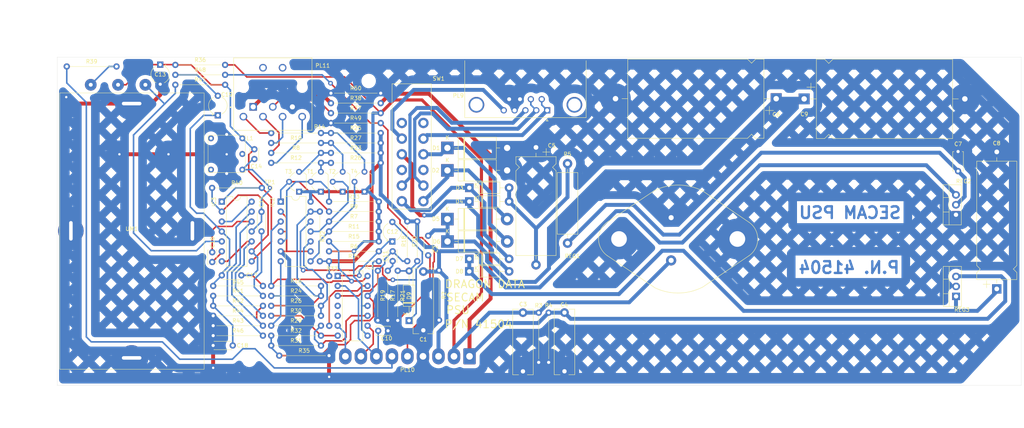
<source format=kicad_pcb>
(kicad_pcb (version 20240108) (generator "pcbnew") (generator_version "8.0")
  (layers (0 "F.Cu" signal) (31 "B.Cu" signal) (34 "B.Paste" user) (35 "F.Paste" user) (36 "B.SilkS" user "B.Silkscreen") (37 "F.SilkS" user "F.Silkscreen") (38 "B.Mask" user) (39 "F.Mask" user) (44 "Edge.Cuts" user))
  (net 0 "")
  (net 2 "Net-(UM1-SECAM_Comp)")
  (net 3 "phiA")
  (net 4 "phiB")
  (net 5 "+12V")
  (net 6 "SECAM_COMP")
  (net 7 "-5V")
  (net 8 "+5V")
  (net 9 "SOUND")
  (net 10 "pl11_1")
  (net 13 "Net-(C16-Pad2)")
  (net 18 "/Video/ic3_2")
  (net 22 "LUMA")
  (net 23 "Net-(C19-Pad2)")
  (net 24 "/Video/ic3_5")
  (net 25 "/Video/ic3_4")
  (net 26 "Net-(IC3-Pad14)")
  (net 27 "/Video/ic3_8")
  (net 28 "/Video/ic3_11")
  (net 29 "pl11_7")
  (net 30 "pl11_6")
  (net 31 "pl11_5")
  (net 32 "pl11_4")
  (net 33 "Net-(IC3-Pad10)")
  (net 34 "Net-(C15-Pad1)")
  (net 35 "Net-(C18-Pad2)")
  (net 36 "Net-(IC3-Pad13)")
  (net 37 "Net-(C16-Pad1)")
  (net 38 "Net-(T3-E)")
  (net 39 "Net-(T2-E)")
  (net 40 "Net-(T1-E)")
  (net 41 "Net-(T4-E)")
  (net 42 "pl11_3")
  (net 43 "pl11_2")
  (net 44 "/Video/Y")
  (net 46 "/Power/pl9_1")
  (net 47 "/Power/pl9_2")
  (net 48 "/Power/pl9_3")
  (net 49 "/Power/pl9_5")
  (net 50 "Net-(D9-A)")
  (net 51 "Net-(C11-Pad1)")
  (net 52 "Net-(D1-K)")
  (net 53 "Net-(D2-K)")
  (net 54 "Net-(D3-K)")
  (net 55 "Net-(D4-K)")
  (net 56 "Net-(D7-K)")
  (net 57 "Net-(D3-A)")
  (net 58 "/Power/VI")
  (net 59 "Net-(REG2-VI)")
  (net 60 "/Video/homogenised_luma")
  (net 61 "/Video/R-Y")
  (net 62 "Net-(IC2-Pad7)")
  (net 63 "/Video/(R-Y)+Y")
  (net 64 "Net-(C11-Pad2)")
  (net 65 "Net-(C12-Pad1)")
  (net 66 "Net-(IC1-Pad13)")
  (net 67 "/Video/G-Y")
  (net 68 "/Video/B-Y")
  (net 69 "/Video/(B-Y)+Y")
  (net 70 "/Video/(G-Y)+Y")
  (net 71 "Net-(IC2-Pad10)")
  (net 72 "/Video/GSync")
  (net 73 "Net-(IC1-Pad12)")
  (footprint "Dragon:CUI_SDS-70J" (layer "F.Cu") (at 82.8764 35.1828 180)
    (property "Reference" "PL11")
    (property "Value" "DIN-7")
  )
  (footprint "Dragon:R_Axial_DIN0309_L9.0mm_D2.5mm_P12.70mm_Horizontal" (layer "F.Cu") (at 82.4738 46.863)
    (property "Reference" "R14")
    (property "Value" "22R")
  )
  (footprint "Dragon:R_Axial_DIN0309_L9.0mm_D2.5mm_P12.70mm_Horizontal" (layer "F.Cu") (at 97.282 96.1136 90)
    (property "Reference" "R33")
    (property "Value" "330R")
  )
  (footprint "Capacitor_THT:C_Disc_D3.0mm_W2.0mm_P2.50mm" (layer "F.Cu") (at 78.1812 53.5232 90)
    (property "Reference" "C14")
    (property "Value" "10nF")
  )
  (footprint "Capacitor_THT:CP_Radial_Tantal_D4.5mm_P5.00mm" (layer "F.Cu") (at 113.3856 74.5852 90)
    (property "Reference" "C12")
    (property "Value" "1uF 25V Tant")
  )
  (footprint "Capacitor_THT:CP_Radial_Tantal_D4.5mm_P5.00mm" (layer "F.Cu") (at 68.8594 42.3526 90)
    (property "Reference" "C19")
    (property "Value" "1uF 25V Tant")
  )
  (footprint "Capacitor_THT:C_Disc_D4.3mm_W1.9mm_P5.00mm" (layer "F.Cu") (at 79.9973 71.9925 90)
    (property "Reference" "C15")
    (property "Value" "10nF")
  )
  (footprint "Dragon:R_Axial_DIN0309_L9.0mm_D2.5mm_P12.70mm_Horizontal" (layer "F.Cu") (at 67.6656 93.5482)
    (property "Reference" "R44")
    (property "Value" "2K2")
  )
  (footprint "Capacitor_THT:CP_Axial_L30.0mm_D10.0mm_P35.00mm_Horizontal" (layer "F.Cu") (at 267.6144 86.6896 90)
    (property "Reference" "C8")
    (property "Value" "470uF 50V")
  )
  (footprint "Dragon:R_Axial_DIN0309_L9.0mm_D2.5mm_P12.70mm_Horizontal" (layer "F.Cu") (at 82.4738 49.403)
    (property "Reference" "R10")
    (property "Value" "22R")
  )
  (footprint "Capacitor_THT:C_Rect_L16.5mm_W5.0mm_P15.00mm_MKT" (layer "F.Cu") (at 121.285 97.2636 90)
    (property "Reference" "C1")
    (property "Value" "1M250")
  )
  (footprint "Package_TO_SOT_THT:TO-220-3_Vertical" (layer "F.Cu") (at 257.2258 88.5952 90)
    (property "Reference" "REG3")
    (property "Value" "LM7812_TO220")
  )
  (footprint "Package_DIP:DIP-14_W7.62mm" (layer "F.Cu") (at 84.8995 64.4017)
    (property "Reference" "IC2")
    (property "Value" "CA3046")
  )
  (footprint "Capacitor_THT:C_Disc_D4.3mm_W1.9mm_P5.00mm" (layer "F.Cu") (at 122.5296 78.1158 90)
    (property "Reference" "C2")
    (property "Value" "100nF")
  )
  (footprint "Package_TO_SOT_THT:TO-92_Wide" (layer "F.Cu") (at 100.711 61.849 90)
    (property "Reference" "T2")
    (property "Value" "Q_NPN_CBE")
  )
  (footprint "Capacitor_THT:C_Disc_D3.4mm_W2.1mm_P2.50mm" (layer "F.Cu") (at 67.4243 79.8249 90)
    (property "Reference" "C16")
    (property "Value" "10nF")
  )
  (footprint "Dragon:R_Axial_DIN0309_L9.0mm_D2.5mm_P12.70mm_Horizontal" (layer "F.Cu") (at 97.2312 72.009)
    (property "Reference" "R11")
    (property "Value" "3K9")
  )
  (footprint "Package_DIP:DIP-14_W7.62mm" (layer "F.Cu") (at 99.441 83.3882)
    (property "Reference" "IC1")
    (property "Value" "CA3046")
  )
  (footprint "Dragon:R_Axial_DIN0309_L9.0mm_D2.5mm_P12.70mm_Horizontal" (layer "F.Cu") (at 97.2312 69.469)
    (property "Reference" "R7")
    (property "Value" "3K9")
  )
  (footprint "Dragon:R_Axial_DIN0309_L9.0mm_D2.5mm_P12.70mm_Horizontal" (layer "F.Cu") (at 97.7138 46.863)
    (property "Reference" "R25")
    (property "Value" "10K")
  )
  (footprint "Diode_THT:D_DO-201AD_P15.24mm_Horizontal" (layer "F.Cu") (at 127.4318 68.8594)
    (property "Reference" "D5")
    (property "Value" "1N5401")
  )
  (footprint "Package_TO_SOT_THT:TO-92_Wide" (layer "F.Cu") (at 106.2736 61.849 90)
    (property "Reference" "T4")
    (property "Value" "Q_NPN_CBE")
  )
  (footprint "Dragon:R_Axial_DIN0207_L6.3mm_D2.5mm_P10.16mm_Horizontal" (layer "F.Cu") (at 119.7356 79.6036 90)
    (property "Reference" "R20")
    (property "Value" "1K2")
  )
  (footprint "Dragon:R_Axial_DIN0309_L9.0mm_D2.5mm_P12.70mm_Horizontal" (layer "F.Cu") (at 97.7138 41.783)
    (property "Reference" "R37")
    (property "Value" "390R")
  )
  (footprint "Dragon:R_Axial_DIN0309_L9.0mm_D2.5mm_P12.70mm_Horizontal" (layer "F.Cu") (at 82.4738 101.1682)
    (property "Reference" "R31")
    (property "Value" "33K")
  )
  (footprint "Dragon:R_Axial_DIN0309_L9.0mm_D2.5mm_P12.70mm_Horizontal" (layer "F.Cu") (at 97.2312 66.929)
    (property "Reference" "R9")
    (property "Value" "3K9")
  )
  (footprint "Capacitor_THT:C_Rect_L16.5mm_W5.0mm_P15.00mm_MKT" (layer "F.Cu") (at 146.7104 107.7538 90)
    (property "Reference" "C3")
    (property "Value" "1M250")
  )
  (footprint "Dragon:R_Axial_DIN0309_L9.0mm_D2.5mm_P12.70mm_Horizontal" (layer "F.Cu") (at 97.7138 51.943)
    (property "Reference" "R23")
    (property "Value" "10K")
  )
  (footprint "Dragon:R_Axial_DIN0309_L9.0mm_D2.5mm_P12.70mm_Horizontal" (layer "F.Cu") (at 82.4738 88.4682)
    (property "Reference" "R24")
    (property "Value" "1K")
  )
  (footprint "Dragon:RF_Modulator_Astec_UM1601" (layer "F.Cu") (at 46.863 71.8566)
    (property "Reference" "UM1")
    (property "Value" "~")
  )
  (footprint "Capacitor_THT:C_Disc_D4.3mm_W1.9mm_P5.00mm" (layer "F.Cu") (at 69.8627 83.2231)
    (property "Reference" "C17")
    (property "Value" "10nF")
  )
  (footprint "Dragon:R_Axial_DIN0309_L9.0mm_D2.5mm_P12.70mm_Horizontal" (layer "F.Cu") (at 82.4738 54.483)
    (property "Reference" "R12")
    (property "Value" "22R")
  )
  (footprint "MountingHole:MountingHole_3.2mm_M3" (layer "F.Cu") (at 107.3404 33.5788)
    (property "Reference" "H1" (hide yes))
    (property "Value" "MountingHole")
  )
  (footprint "MountingHole:MountingHole_3.2mm_M3" (layer "F.Cu") (at 76.8858 104.8004)
    (property "Reference" "H3" (hide yes))
    (property "Value" "MountingHole")
  )
  (footprint "Capacitor_THT:C_Disc_D3.4mm_W2.1mm_P2.50mm" (layer "F.Cu") (at 109.7734 97.3836)
    (property "Reference" "C10")
    (property "Value" "10nF")
  )
  (footprint "Package_DIP:DIP-14_W7.62mm" (layer "F.Cu") (at 69.8627 64.4017)
    (property "Reference" "IC3")
    (property "Value" "CA3046")
  )
  (footprint "Dragon:R_Axial_DIN0309_L9.0mm_D2.5mm_P12.70mm_Horizontal" (layer "F.Cu") (at 94.8944 66.929 -90)
    (property "Reference" "R22")
    (property "Value" "220R")
  )
  (footprint "MountingHole:MountingHole_3.2mm_M3" (layer "F.Cu") (at 267.7414 104.8004)
    (property "Reference" "H4" (hide yes))
    (property "Value" "MountingHole")
  )
  (footprint "Diode_THT:D_DO-41_SOD81_P10.16mm_Horizontal" (layer "F.Cu") (at 133.0198 60.8584)
    (property "Reference" "D3")
    (property "Value" "1N4002")
  )
  (footprint "Dragon:R_Axial_DIN0309_L9.0mm_D2.5mm_P12.70mm_Horizontal" (layer "F.Cu") (at 97.2312 79.629)
    (property "Reference" "R34")
    (property "Value" "12K")
  )
  (footprint "Diode_THT:D_DO-201AD_P15.24mm_Horizontal" (layer "F.Cu") (at 127.4572 74.5744)
    (property "Reference" "D6")
    (property "Value" "1N5401")
  )
  (footprint "Dragon:R_Axial_DIN0309_L9.0mm_D2.5mm_P12.70mm_Horizontal" (layer "F.Cu") (at 125.2982 94.6658 90)
    (property "Reference" "R2")
    (property "Value" "10K")
  )
  (footprint "Dragon:R_Axial_DIN0309_L9.0mm_D2.5mm_P12.70mm_Horizontal" (layer "F.Cu") (at 84.5312 103.7336)
    (property "Reference" "R35")
    (property "Value" "56K")
  )
  (footprint "TestPoint:TestPoint_THTPad_D1.0mm_Drill0.5mm" (layer "F.Cu") (at 82.1436 60.8838)
    (property "Reference" "TP1")
    (property "Value" "TestPoint")
  )
  (footprint "Package_TO_SOT_THT:TO-3" (layer "F.Cu") (at 184.522 68.4894)
    (property "Reference" "REG1")
    (property "Value" "LM309K")
  )
  (footprint "Dragon:R_Axial_DIN0309_L9.0mm_D2.5mm_P12.70mm_Horizontal" (layer "F.Cu") (at 82.4738 51.943)
    (property "Reference" "R8")
    (property "Value" "22R")
  )
  (footprint "Diode_THT:D_DO-201AD_P15.24mm_Horizontal" (layer "F.Cu") (at 127.4318 56.4134)
    (property "Reference" "D2")
    (property "Value" "1N5401")
  )
  (footprint "Capacitor_THT:C_Disc_D4.3mm_W1.9mm_P5.00mm" (layer "F.Cu") (at 67.6548 101.1428)
    (property "Reference" "C18")
    (property "Value" "10nF")
  )
  (footprint "Package_TO_SOT_THT:TO-92_Wide" (layer "F.Cu") (at 95.1484 61.849 90)
    (property "Reference" "T1")
    (property "Value" "Q_NPN_CBE")
  )
  (footprint "Dragon:R_Axial_DIN0309_L9.0mm_D2.5mm_P12.70mm_Horizontal" (layer "F.Cu") (at 67.6656 88.4682)
    (property "Reference" "R41")
    (property "Value" "6K8")
  )
  (footprint "Dragon:R_Axial_DIN0309_L9.0mm_D2.5mm_P12.70mm_Horizontal" (layer "F.Cu") (at 97.7138 49.403)
    (property "Reference" "R27")
    (property "Value" "10K")
  )
  (footprint "Dragon:R_Axial_DIN0309_L9.0mm_D2.5mm_P12.70mm_Horizontal" (layer "F.Cu") (at 114.7572 94.742 90)
    (property "Reference" "R21")
    (property "Value" "220R")
  )
  (footprint "Dragon:R_Axial_DIN0309_L9.0mm_D2.5mm_P12.70mm_Horizontal" (layer "F.Cu") (at 67.3862 60.8838)
    (property "Reference" "R40")
    (property "Value" "470R")
  )
  (footprint "Dragon:R_Axial_DIN0309_L9.0mm_D2.5mm_P12.70mm_Horizontal" (layer "F.Cu") (at 82.4738 93.5482)
    (property "Reference" "R30")
    (property "Value" "2K2")
  )
  (footprint "Resistor_THT:R_Axial_DIN0516_L15.5mm_D5.0mm_P20.32mm_Horizontal" (layer "F.Cu") (at 158.0896 75.0062 90)
    (property "Reference" "R5")
    (property "Value" "180R")
  )
  (footprint "Diode_THT:D_DO-41_SOD81_P10.16mm_Horizontal" (layer "F.Cu") (at 133.0198 79.0194)
    (property "Reference" "D7")
    (property "Value" "1N4002")
  )
  (footprint "Capacitor_THT:C_Disc_D4.7mm_W2.5mm_P5.00mm" (layer "F.Cu") (at 257.7338 51.602 -90)
    (property "Reference" "C7")
    (property "Value" "10nF")
  )
  (footprint "Dragon:R_Axial_DIN0309_L9.0mm_D2.5mm_P12.70mm_Horizontal" (layer "F.Cu") (at 58.0136 32.004)
    (property "Reference" "R48")
    (property "Value" "12K")
  )
  (footprint "Connector_Dsub:DSUB-9_Male_Horizontal_P2.77x2.84mm_EdgePinOffset9.90mm_Housed_MountingHolesOffset11.32mm" (layer "F.Cu") (at 152.8826 41.0694 180)
    (property "Reference" "PL9")
    (property "Value" "External Power")
  )
  (footprint "Dragon:R_Axial_DIN0309_L9.0mm_D2.5mm_P12.70mm_Horizontal" (layer "F.Cu") (at 153.2636 92.7608 -90)
    (property "Reference" "R4")
    (property "Value" "10K")
  )
  (footprint "Dragon:R_Axial_DIN0207_L6.3mm_D2.5mm_P10.16mm_Horizontal" (layer "F.Cu") (at 117.1956 79.6036 90)
    (property "Reference" "R18")
    (property "Value" "1k2")
  )
  (footprint "Capacitor_THT:CP_Axial_L34.5mm_D20.0mm_P41.00mm_Horizontal" (layer "F.Cu") (at 218.4632 38.1508)
    (property "Reference" "C9")
    (property "Value" "4700uF 16V")
  )
  (footprint "Dragon:Switch_Push_Interlock_4P2T" (layer "F.Cu") (at 121.3104 44.2976)
    (property "Reference" "SW1")
    (property "Value" "~")
  )
  (footprint "Dragon:R_Axial_DIN0309_L9.0mm_D2.5mm_P12.70mm_Horizontal" (layer "F.Cu") (at 97.7138 39.243)
    (property "Reference" "R38")
    (property "Value" "820R")
  )
  (footprint "Dragon:R_Axial_DIN0309_L9.0mm_D2.5mm_P12.70mm_Horizontal" (layer "F.Cu") (at 67.6656 96.0882)
    (property "Reference" "R43")
    (property "Value" "270R")
  )
  (footprint "Dragon:R_Axial_DIN0309_L9.0mm_D2.5mm_P12.70mm_Horizontal" (layer "F.Cu") (at 58.0136 34.544)
    (property "Reference" "R47")
    (property "Value" "3K9")
  )
  (footprint "Capacitor_THT:C_Disc_D3.0mm_W2.0mm_P2.50mm" (layer "F.Cu") (at 113.4618 79.5836 90)
    (property "Reference" "C11")
    (property "Value" "10nF")
  )
  (footprint "Dragon:R_Axial_DIN0309_L9.0mm_D2.5mm_P12.70mm_Horizontal" (layer "F.Cu") (at 97.7138 36.703)
    (property "Reference" "R50")
    (property "Value" "27K")
  )
  (footprint "Dragon:R_Axial_DIN0309_L9.0mm_D2.5mm_P12.70mm_Horizontal" (layer "F.Cu") (at 67.6656 91.0082)
    (property "Reference" "R42")
    (property "Value" "220R")
  )
  (footprint "Dragon:R_Axial_DIN0309_L9.0mm_D2.5mm_P12.70mm_Horizontal" (layer "F.Cu") (at 82.4738 91.0082)
    (property "Reference" "R26")
    (property "Value" "1K")
  )
  (footprint "Dragon:R_Axial_DIN0309_L9.0mm_D2.5mm_P12.70mm_Horizontal" (layer "F.Cu") (at 97.2312 77.089)
    (property "Reference" "R6")
    (property "Value" "560R")
  )
  (footprint "Capacitor_THT:CP_Axial_L34.5mm_D20.0mm_P41.00mm_Horizontal" (layer "F.Cu") (at 211.328 38.1 180)
    (property "Reference" "C6")
    (property "Value" "4700uF 16V")
  )
  (footprint "Connector_Molex:Molex_KK-396_A-41791-0009_1x09_P3.96mm_Vertical" (layer "F.Cu") (at 133.0768 103.9114 180)
    (property "Reference" "PL10")
    (property "Value" "Power Board Interconnect")
  )
  (footprint "Diode_THT:D_DO-41_SOD81_P10.16mm_Horizontal" (layer "F.Cu") (at 133.0198 64.3636)
    (property "Reference" "D4")
    (property "Value" "1N4002")
  )
  (footprint "Package_TO_SOT_THT:TO-92_Wide" (layer "F.Cu") (at 89.5858 61.849 90)
    (property "Reference" "T3")
    (property "Value" "Q_NPN_CBE")
  )
  (footprint "Diode_THT:D_DO-201AD_P15.24mm_Horizontal" (layer "F.Cu") (at 127.4318 50.673)
    (property "Reference" "D1")
    (property "Value" "1N5401")
  )
  (footprint "Dragon:R_Axial_DIN0309_L9.0mm_D2.5mm_P12.70mm_Horizontal" (layer "F.Cu") (at 112.2172 94.742 90)
    (property "Reference" "R17")
    (property "Value" "220R")
  )
  (footprint "Dragon:R_Axial_DIN0309_L9.0mm_D2.5mm_P12.70mm_Horizontal" (layer "F.Cu") (at 97.2312 74.549)
    (property "Reference" "R15")
    (property "Value" "1K")
  )
  (footprint "Dragon:R_Axial_DIN0309_L9.0mm_D2.5mm_P12.70mm_Horizontal" (layer "F.Cu") (at 97.2312 64.389)
    (property "Reference" "R13")
    (property "Value" "3K9")
  )
  (footprint "Dragon:R_Axial_DIN0309_L9.0mm_D2.5mm_P12.70mm_Horizontal" (layer "F.Cu") (at 97.7138 54.4908)
    (property "Reference" "R28")
    (property "Value" "10K")
  )
  (footprint "Dragon:R_Axial_DIN0309_L9.0mm_D2.5mm_P12.70mm_Horizontal" (layer "F.Cu") (at 30.3022 29.8704)
    (property "Reference" "R39")
    (property "Value" "100R")
  )
  (footprint "Diode_THT:D_DO-41_SOD81_P10.16mm_Horizontal" (layer "F.Cu") (at 133.0198 82.2198)
    (property "Reference" "D8")
    (property "Value" "1N4002")
  )
  (footprint "Dragon:R_Axial_DIN0309_L9.0mm_D2.5mm_P12.70mm_Horizontal" (layer "F.Cu") (at 150.7236 92.7608 -90)
    (property "Reference" "R3")
    (property "Value" "10K")
  )
  (footprint "Dragon:R_Axial_DIN0309_L9.0mm_D2.5mm_P12.70mm_Horizontal" (layer "F.Cu") (at 58.0136 29.464)
    (property "Reference" "R36")
    (property "Value" "2R2")
  )
  (footprint "Dragon:R_Axial_DIN0309_L9.0mm_D2.5mm_P12.70mm_Horizontal" (layer "F.Cu") (at 67.6656 98.6282)
    (property "Reference" "R46")
    (property "Value" "270R")
  )
  (footprint "Dragon:R_Axial_DIN0309_L9.0mm_D2.5mm_P12.70mm_Horizontal" (layer "F.Cu") (at 109.6772 94.742 90)
    (property "Reference" "R19")
    (property "Value" "820R")
  )
  (footprint "Dragon:R_Axial_DIN0309_L9.0mm_D2.5mm_P12.70mm_Horizontal" (layer "F.Cu") (at 82.4738 96.0882)
    (property "Reference" "R29")
    (property "Value" "2K2")
  )
  (footprint "Dragon:R_Axial_DIN0309_L9.0mm_D2.5mm_P12.70mm_Horizontal" (layer "F.Cu") (at 82.4738 85.9282)
    (property "Reference" "R16")
    (property "Value" "470R")
  )
  (footprint "Dragon:R_Axial_DIN0309_L9.0mm_D2.5mm_P12.70mm_Horizontal" (layer "F.Cu") (at 67.6656 85.9282)
    (property "Reference" "R45")
    (property "Value" "220R")
  )
  (footprint "Dragon:R_Axial_DIN0309_L9.0mm_D2.5mm_P12.70mm_Horizontal" (layer "F.Cu") (at 97.7138 44.323)
    (property "Reference" "R49")
    (property "Value" "10K")
  )
  (footprint "Package_TO_SOT_THT:TO-220-3_Vertical" (layer "F.Cu") (at 257.2004 67.7418 90)
    (property "Reference" "REG2")
    (property "Value" "L7905")
  )
  (footprint "Dragon:R_Axial_DIN0309_L9.0mm_D2.5mm_P12.70mm_Horizontal" (layer "F.Cu") (at 82.4738 98.6282)
    (property "Reference" "R32")
    (property "Value" "120K")
  )
  (footprint "Diode_THT:D_A-405_P12.70mm_Horizontal" (layer "F.Cu") (at 117.6528 94.7928 90)
    (property "Reference" "D9")
    (property "Value" "1N")
  )
  (footprint "Capacitor_THT:CP_Radial_Tantal_D4.5mm_P5.00mm" (layer "F.Cu") (at 54.1528 29.4024 -90)
    (property "Reference" "C13")
    (property "Value" "1uF 25V")
  )
  (footprint "Dragon:TOKO_RCL_10K" (layer "F.Cu") (at 71.1078 52.2224 90)
    (property "Reference" "L1")
    (property "Value" "~")
  )
  (footprint "MountingHole:MountingHole_3.2mm_M3" (layer "F.Cu") (at 267.7414 33.6042)
    (property "Reference" "H2" (hide yes))
    (property "Value" "MountingHole")
  )
  (footprint "Capacitor_THT:C_Rect_L16.5mm_W5.0mm_P15.00mm_MKT" (layer "F.Cu") (at 157.3022 107.7354 90)
    (property "Reference" "C4")
    (property "Value" "1M250")
  )
  (footprint "Capacitor_THT:CP_Axial_L25.0mm_D10.0mm_P30.00mm_Horizontal" (layer "F.Cu") (at 150.0378 50.5434 -90)
    (property "Reference" "C5")
    (property "Value" "220uF 35V")
  )
  (gr_rect (start 27.8384 27.4574) (end 273.8882 111.3536) (stroke (width 0.05)) (fill none) (layer "Edge.Cuts"))
  (gr_text "SECAM PSU" (at 243.4844 68.9864 0) (layer "B.Cu") (effects (font (size 3 3) (thickness 0.6) (bold yes)) (justify left bottom mirror)))
  (gr_text "P.N. 41504" (at 243.1034 83.0072 0) (layer "B.Cu") (effects (font (size 3 3) (thickness 0.6) (bold yes)) (justify left bottom mirror)))
  (gr_text "SECAM\nPSU" (at 126.9492 93.2434 0) (layer "F.SilkS") (effects (font (size 2 2) (thickness 0.25)) (justify left bottom)))
  (gr_text "P/N 41504" (at 126.5936 96.8756 0) (layer "F.SilkS") (effects (font (size 2 2) (thickness 0.25)) (justify left bottom)))
  (gr_text "DRAGON DATA" (at 126.6444 86.6394 0) (layer "F.SilkS") (effects (font (size 2 2) (thickness 0.25)) (justify left bottom)))
  (segment (start 41.0972 29.8704) (end 36.4236 34.544) (width 0.4) (layer "B.Cu") (net 2))
  (segment (start 43.0022 29.8704) (end 41.0972 29.8704) (width 0.4) (layer "B.Cu") (net 2))
  (segment (start 108.5088 100.7594) (end 108.5088 97.536) (width 0.4) (layer "F.Cu") (net 3))
  (segment (start 108.5088 97.536) (end 107.061 96.0882) (width 0.4) (layer "F.Cu") (net 3))
  (segment (start 105.3568 103.9114) (end 108.5088 100.7594) (width 0.4) (layer "F.Cu") (net 3))
  (segment (start 101.3968 98.044) (end 99.441 96.0882) (width 0.4) (layer "B.Cu") (net 4))
  (segment (start 101.3968 103.9114) (end 101.3968 99.1616) (width 0.4) (layer "B.Cu") (net 4))
  (segment (start 101.3968 99.1616) (end 101.3968 98.044) (width 0.4) (layer "B.Cu") (net 4))
  (segment (start 138.4554 52.578) (end 138.4554 89.1794) (width 1) (layer "F.Cu") (net 5))
  (segment (start 138.4554 89.1794) (end 133.0768 94.558) (width 1) (layer "F.Cu") (net 5))
  (segment (start 133.0768 94.558) (end 133.0768 103.9114) (width 1) (layer "F.Cu") (net 5))
  (segment (start 110.4138 39.243) (end 112.8268 36.83) (width 1) (layer "F.Cu") (net 5))
  (segment (start 112.8268 36.83) (end 122.7074 36.83) (width 1) (layer "F.Cu") (net 5))
  (segment (start 122.7074 36.83) (end 138.4554 52.578) (width 1) (layer "F.Cu") (net 5))
  (segment (start 133.0768 103.9114) (end 133.0768 103.9052) (width 1) (layer "B.Cu") (net 5))
  (segment (start 133.0768 103.9052) (end 141.5796 95.4024) (width 1) (layer "B.Cu") (net 5))
  (segment (start 153.2636 92.7608) (end 157.2768 92.7608) (width 1) (layer "B.Cu") (net 5))
  (segment (start 269.7734 84.5058) (end 268.732 83.4644) (width 1) (layer "B.Cu") (net 5))
  (segment (start 269.7734 89.8398) (end 269.7734 84.5058) (width 1) (layer "B.Cu") (net 5))
  (segment (start 150.622 95.4024) (end 153.2636 92.7608) (width 1) (layer "B.Cu") (net 5))
  (segment (start 268.732 83.4644) (end 257.2766 83.4644) (width 1) (layer "B.Cu") (net 5))
  (segment (start 265.2776 94.3356) (end 269.7734 89.8398) (width 1) (layer "B.Cu") (net 5))
  (segment (start 158.9024 94.3356) (end 265.2776 94.3356) (width 1) (layer "B.Cu") (net 5))
  (segment (start 157.3022 92.7354) (end 158.9024 94.3356) (width 1) (layer "B.Cu") (net 5))
  (segment (start 141.5796 95.4024) (end 150.622 95.4024) (width 1) (layer "B.Cu") (net 5))
  (segment (start 157.2768 92.7608) (end 157.3022 92.7354) (width 1) (layer "B.Cu") (net 5))
  (segment (start 257.2766 83.4644) (end 257.2258 83.5152) (width 1) (layer "B.Cu") (net 5))
  (segment (start 113.2768 106.8252) (end 113.2188 106.8832) (width 0.4) (layer "B.Cu") (net 6))
  (segment (start 30.3022 34.0614) (end 30.3022 29.8958) (width 0.4) (layer "B.Cu") (net 6))
  (segment (start 75.2348 101.981) (end 72.5678 104.648) (width 0.4) (layer "B.Cu") (net 6))
  (segment (start 54.7116 100.2284) (end 36.576 100.2284) (width 0.4) (layer "B.Cu") (net 6))
  (segment (start 113.2188 106.8832) (end 83.2612 106.8832) (width 0.4) (layer "B.Cu") (net 6))
  (segment (start 35.306 39.0652) (end 30.3022 34.0614) (width 0.4) (layer "B.Cu") (net 6))
  (segment (start 83.2612 106.8832) (end 78.359 101.981) (width 0.4) (layer "B.Cu") (net 6))
  (segment (start 78.359 101.981) (end 75.2348 101.981) (width 0.4) (layer "B.Cu") (net 6))
  (segment (start 59.1312 104.648) (end 54.7116 100.2284) (width 0.4) (layer "B.Cu") (net 6))
  (segment (start 36.576 100.2284) (end 35.306 98.9584) (width 0.4) (layer "B.Cu") (net 6))
  (segment (start 113.2768 103.9114) (end 113.2768 106.8252) (width 0.4) (layer "B.Cu") (net 6))
  (segment (start 72.5678 104.648) (end 59.1312 104.648) (width 0.4) (layer "B.Cu") (net 6))
  (segment (start 35.306 98.9584) (end 35.306 39.0652) (width 0.4) (layer "B.Cu") (net 6))
  (segment (start 108.077 56.8276) (end 108.077 75.057) (width 1) (layer "F.Cu") (net 7))
  (segment (start 110.4138 54.4908) (end 108.077 56.8276) (width 1) (layer "F.Cu") (net 7))
  (segment (start 103.505 79.629) (end 97.2312 79.629) (width 1) (layer "F.Cu") (net 7))
  (segment (start 108.077 75.057) (end 103.505 79.629) (width 1) (layer "F.Cu") (net 7))
  (segment (start 110.4138 46.863) (end 110.4138 49.403) (width 1) (layer "B.Cu") (net 7))
  (segment (start 136.0424 80.059498) (end 142.295102 86.3122) (width 1) (layer "B.Cu") (net 7))
  (segment (start 110.635364 62.689) (end 117.1956 69.249236) (width 1) (layer "B.Cu") (net 7))
  (segment (start 142.295102 86.3122) (end 151 86.3122) (width 1) (layer "B.Cu") (net 7))
  (segment (start 125.2982 77.4192) (end 123.8758 75.9968) (width 1) (layer "B.Cu") (net 7))
  (segment (start 129.9572 77.0744) (end 130.0122 77.0194) (width 1) (layer "B.Cu") (net 7))
  (segment (start 110.4138 54.4908) (end 110.4138 51.943) (width 1) (layer "B.Cu") (net 7))
  (segment (start 125.0004 82.2636) (end 125.2982 81.9658) (width 1) (layer "B.Cu") (net 7))
  (segment (start 110.4138 54.4908) (end 110.4138 62.6618) (width 1) (layer "B.Cu") (net 7))
  (segment (start 110.441 62.689) (end 110.635364 62.689) (width 1) (layer "B.Cu") (net 7))
  (segment (start 110.4138 62.6618) (end 110.441 62.689) (width 1) (layer "B.Cu") (net 7))
  (segment (start 117.1956 69.4436) (end 119.7356 69.4436) (width 1) (layer "B.Cu") (net 7))
  (segment (start 125.1568 103.9114) (end 125.1568 97.8044) (width 1) (layer "B.Cu") (net 7))
  (segment (start 136.0424 78.5368) (end 136.0424 80.059498) (width 1) (layer "B.Cu") (net 7))
  (segment (start 127.1778 83.8454) (end 125.2982 81.9658) (width 1) (layer "B.Cu") (net 7))
  (segment (start 97.282 79.6798) (end 97.2312 79.629) (width 0.4) (layer "B.Cu") (net 7))
  (segment (start 125.2982 81.9658) (end 125.2982 77.4192) (width 1) (layer "B.Cu") (net 7))
  (segment (start 127.1778 95.7834) (end 127.1778 83.8454) (width 1) (layer "B.Cu") (net 7))
  (segment (start 187.4012 74.8538) (end 207.1624 55.0926) (width 1) (layer "B.Cu") (net 7))
  (segment (start 125.2982 77.4192) (end 125.643 77.0744) (width 1) (layer "B.Cu") (net 7))
  (segment (start 97.282 83.4136) (end 97.282 79.6798) (width 0.4) (layer "B.Cu") (net 7))
  (segment (start 94.8944 79.629) (end 97.2312 79.629) (width 0.4) (layer "B.Cu") (net 7))
  (segment (start 125.1568 97.8044) (end 127.1778 95.7834) (width 1) (layer "B.Cu") (net 7))
  (segment (start 130.0122 77.0194) (end 134.525 77.0194) (width 1) (layer "B.Cu") (net 7))
  (segment (start 121.285 82.2636) (end 125.0004 82.2636) (width 1) (layer "B.Cu") (net 7))
  (segment (start 181.61 74.8538) (end 187.4012 74.8538) (width 1) (layer "B.Cu") (net 7))
  (segment (start 134.525 77.0194) (end 136.0424 78.5368) (width 1) (layer "B.Cu") (net 7))
  (segment (start 173.5836 66.8274) (end 181.61 74.8538) (width 1) (layer "B.Cu") (net 7))
  (segment (start 207.1624 55.0926) (end 249.6312 55.0926) (width 1) (layer "B.Cu") (net 7))
  (segment (start 151 86.3122) (end 170.4848 66.8274) (width 1) (layer "B.Cu") (net 7))
  (segment (start 123.8758 75.9968) (end 121.92 75.9968) (width 1) (layer "B.Cu") (net 7))
  (segment (start 170.4848 66.8274) (end 173.5836 66.8274) (width 1) (layer "B.Cu") (net 7))
  (segment (start 110.4138 49.403) (end 110.4138 51.943) (width 1) (layer "B.Cu") (net 7))
  (segment (start 117.1956 69.249236) (end 117.1956 69.4436) (width 1) (layer "B.Cu") (net 7))
  (segment (start 249.6312 55.0926) (end 257.2004 62.6618) (width 1) (layer "B.Cu") (net 7))
  (segment (start 121.92 75.9968) (end 119.7356 73.8124) (width 1) (layer "B.Cu") (net 7))
  (segment (start 125.643 77.0744) (end 129.9572 77.0744) (width 1) (layer "B.Cu") (net 7))
  (segment (start 119.7356 73.8124) (end 119.7356 69.4436) (width 1) (layer "B.Cu") (net 7))
  (segment (start 129.1168 94.7588) (end 129.1168 103.9114) (width 0.8) (layer "F.Cu") (net 8))
  (segment (start 110.4138 41.783) (end 101.1682 32.5374) (width 0.4) (layer "F.Cu") (net 8))
  (segment (start 120.9548 38.4302) (end 136.1186 53.594) (width 0.8) (layer "F.Cu") (net 8))
  (segment (start 136.1186 87.757) (end 129.1168 94.7588) (width 0.8) (layer "F.Cu") (net 8))
  (segment (start 113.7666 38.4302) (end 120.9548 38.4302) (width 0.8) (layer "F.Cu") (net 8))
  (segment (start 110.4138 41.783) (end 113.7666 38.4302) (width 0.8) (layer "F.Cu") (net 8))
  (segment (start 73.152 29.464) (end 70.7136 29.464) (width 0.4) (layer "F.Cu") (net 8))
  (segment (start 136.1186 53.594) (end 136.1186 87.757) (width 0.8) (layer "F.Cu") (net 8))
  (segment (start 103.5812 77.0636) (end 103.5558 77.089) (width 0.4) (layer "F.Cu") (net 8))
  (segment (start 95.1484 61.849) (end 106.2736 61.849) (width 0.8) (layer "F.Cu") (net 8))
  (segment (start 101.1682 32.5374) (end 76.2254 32.5374) (width 0.4) (layer "F.Cu") (net 8))
  (segment (start 103.5558 77.089) (end 97.2312 77.089) (width 0.4) (layer "F.Cu") (net 8))
  (segment (start 76.2254 32.5374) (end 73.152 29.464) (width 0.4) (layer "F.Cu") (net 8))
  (via (at 103.5812 77.0636) (size 1.2) (drill 0.6) (layers "F.Cu" "B.Cu") (net 8))
  (segment (start 153.3652 90.1192) (end 150.7306 92.7538) (width 1) (layer "B.Cu") (net 8))
  (segment (start 95.1484 61.849) (end 89.5858 61.849) (width 0.8) (layer "B.Cu") (net 8))
  (segment (start 106.0958 74.549) (end 109.9312 74.549) (width 0.6) (layer "B.Cu") (net 8))
  (segment (start 110.4138 41.783) (end 108.4834 41.783) (width 0.8) (layer "B.Cu") (net 8))
  (segment (start 105.5496 85.5852) (end 103.5558 83.5914) (width 0.4) (layer "B.Cu") (net 8))
  (segment (start 105.5496 97.1168) (end 105.5496 90.9828) (width 0.4) (layer "B.Cu") (net 8))
  (segment (start 109.9312 72.009) (end 109.9312 74.549) (width 0.8) (layer "B.Cu") (net 8))
  (segment (start 138.1644 92.7538) (end 129.1168 101.8014) (width 1) (layer "B.Cu") (net 8))
  (segment (start 150.7306 92.7538) (end 138.1644 92.7538) (width 1) (layer "B.Cu") (net 8))
  (segment (start 184.522 79.4094) (end 173.8122 90.1192) (width 1) (layer "B.Cu") (net 8))
  (segment (start 103.5558 83.5914) (end 103.5558 77.089) (width 0.4) (layer "B.Cu") (net 8))
  (segment (start 109.9312 64.389) (end 109.9312 66.929) (width 0.8) (layer "B.Cu") (net 8))
  (segment (start 105.5496 90.9828) (end 105.575 91.0082) (width 0.4) (layer "B.Cu") (net 8))
  (segment (start 173.8122 90.1192) (end 153.3652 90.1192) (width 1) (layer "B.Cu") (net 8))
  (segment (start 107.061 98.6282) (end 105.5496 97.1168) (width 0.4) (layer "B.Cu") (net 8))
  (segment (start 109.9312 69.469) (end 109.9312 72.009) (width 0.8) (layer "B.Cu") (net 8))
  (segment (start 107.3912 61.849) (end 109.9312 64.389) (width 0.8) (layer "B.Cu") (net 8))
  (segment (start 92.5195 61.8617) (end 92.5322 61.849) (width 0.4) (layer "B.Cu") (net 8))
  (segment (start 108.4326 41.8338) (end 108.4326 59.69) (width 0.8) (layer "B.Cu") (net 8))
  (segment (start 108.4834 41.783) (end 108.4326 41.8338) (width 0.8) (layer "B.Cu") (net 8))
  (segment (start 103.5558 77.089) (end 103.5812 77.0636) (width 0.4) (layer "B.Cu") (net 8))
  (segment (start 108.4326 59.69) (end 106.2736 61.849) (width 0.8) (layer "B.Cu") (net 8))
  (segment (start 106.2736 61.849) (end 107.3912 61.849) (width 0.8) (layer "B.Cu") (net 8))
  (segment (start 105.575 91.0082) (end 107.061 91.0082) (width 0.4) (layer "B.Cu") (net 8))
  (segment (start 109.9312 66.929) (end 109.9312 69.469) (width 0.8) (layer "B.Cu") (net 8))
  (segment (start 129.1168 101.8014) (end 129.1168 103.9114) (width 1) (layer "B.Cu") (net 8))
  (segment (start 103.5812 77.0636) (end 106.0958 74.549) (width 0.6) (layer "B.Cu") (net 8))
  (segment (start 105.5496 90.9828) (end 105.5496 85.5852) (width 0.4) (layer "B.Cu") (net 8))
  (segment (start 92.5195 64.4017) (end 92.5195 61.8617) (width 0.8) (layer "B.Cu") (net 8))
  (segment (start 124.079 84.6836) (end 124.079 91.313) (width 0.4) (layer "F.Cu") (net 9))
  (segment (start 107.7976 44.323) (end 110.4138 44.323) (width 0.4) (layer "F.Cu") (net 9))
  (segment (start 115.3414 69.088) (end 115.3414 69.977) (width 0.4) (layer "F.Cu") (net 9))
  (segment (start 123.7868 79.9974) (end 123.7868 84.3914) (width 0.4) (layer "F.Cu") (net 9))
  (segment (start 124.079 76.708) (end 124.079 79.7052) (width 0.4) (layer "F.Cu") (net 9))
  (segment (start 124.079 79.7052) (end 123.7868 79.9974) (width 0.4) (layer "F.Cu") (net 9))
  (segment (start 112.2426 65.9892) (end 115.3414 69.088) (width 0.4) (layer "F.Cu") (net 9))
  (segment (start 115.3414 69.977) (end 118.9482 73.5838) (width 0.4) (layer "F.Cu") (net 9))
  (segment (start 118.9482 73.5838) (end 120.9548 73.5838) (width 0.4) (layer "F.Cu") (net 9))
  (segment (start 120.9548 73.5838) (end 124.079 76.708) (width 0.4) (layer "F.Cu") (net 9))
  (segment (start 110.4138 44.323) (end 112.2426 46.1518) (width 0.4) (layer "F.Cu") (net 9))
  (segment (start 123.7868 84.3914) (end 124.079 84.6836) (width 0.4) (layer "F.Cu") (net 9))
  (segment (start 112.2426 46.1518) (end 112.2426 65.9892) (width 0.4) (layer "F.Cu") (net 9))
  (segment (start 117.2368 98.1552) (end 117.2368 103.9114) (width 0.4) (layer "F.Cu") (net 9))
  (segment (start 97.6122 34.1376) (end 107.7976 44.323) (width 0.4) (layer "F.Cu") (net 9))
  (segment (start 124.079 91.313) (end 117.2368 98.1552) (width 0.4) (layer "F.Cu") (net 9))
  (via (at 97.6122 34.1376) (size 1.2) (drill 0.6) (layers "F.Cu" "B.Cu") (net 9))
  (segment (start 95.4786 32.004) (end 97.6122 34.1376) (width 0.4) (layer "B.Cu") (net 9))
  (segment (start 70.7136 32.004) (end 95.4786 32.004) (width 0.4) (layer "B.Cu") (net 9))
  (segment (start 95.9612 37.4904) (end 80.5688 37.4904) (width 1) (layer "F.Cu") (net 10))
  (segment (start 97.7138 39.243) (end 95.9612 37.4904) (width 1) (layer "F.Cu") (net 10))
  (segment (start 80.5688 37.4904) (end 77.8764 40.1828) (width 1) (layer "F.Cu") (net 10))
  (segment (start 78.7654 92.622) (end 78.7654 94.5016) (width 0.4) (layer "F.Cu") (net 13))
  (segment (start 80.3656 91.0218) (end 78.7654 92.622) (width 0.4) (layer "F.Cu") (net 13))
  (segment (start 67.4243 77.3249) (end 67.4243 71.7169) (width 0.4) (layer "F.Cu") (net 13))
  (segment (start 68.4022 70.739) (end 72.5424 70.739) (width 0.4) (layer "F.Cu") (net 13))
  (segment (start 67.4243 71.7169) (end 68.4022 70.739) (width 0.4) (layer "F.Cu") (net 13))
  (segment (start 72.5424 70.739) (end 73.7997 69.4817) (width 0.4) (layer "F.Cu") (net 13))
  (segment (start 73.7997 69.4817) (end 77.4827 69.4817) (width 0.4) (layer "F.Cu") (net 13))
  (segment (start 78.7654 94.5016) (end 80.3656 96.1018) (width 0.4) (layer "F.Cu") (net 13))
  (segment (start 74.5617 80.3275) (end 72.4408 82.4484) (width 0.4) (layer "B.Cu") (net 13))
  (segment (start 77.4827 69.4817) (end 74.5617 72.4027) (width 0.4) (layer "B.Cu") (net 13))
  (segment (start 72.4408 88.177) (end 80.3656 96.1018) (width 0.4) (layer "B.Cu") (net 13))
  (segment (start 74.5617 72.4027) (end 74.5617 80.3275) (width 0.4) (layer "B.Cu") (net 13))
  (segment (start 72.4408 82.4484) (end 72.4408 88.177) (width 0.4) (layer "B.Cu") (net 13))
  (segment (start 69.8627 66.9417) (end 74.0537 62.7507) (width 0.4) (layer "F.Cu") (net 18))
  (segment (start 81.6737 65.2907) (end 81.6737 72.9107) (width 0.4) (layer "F.Cu") (net 18))
  (segment (start 74.8627 83.2231) (end 77.6859 83.2231) (width 0.4) (layer "F.Cu") (net 18))
  (segment (start 77.6859 83.2231) (end 80.3656 85.9028) (width 0.4) (layer "F.Cu") (net 18))
  (segment (start 81.6737 72.9107) (end 77.4827 77.1017) (width 0.4) (layer "F.Cu") (net 18))
  (segment (start 74.0537 62.7507) (end 79.1337 62.7507) (width 0.4) (layer "F.Cu") (net 18))
  (segment (start 79.1337 62.7507) (end 81.6737 65.2907) (width 0.4) (layer "F.Cu") (net 18))
  (segment (start 77.6859 83.2231) (end 78.994 81.915) (width 0.4) (layer "B.Cu") (net 18))
  (segment (start 78.994 81.915) (end 78.994 78.613) (width 0.4) (layer "B.Cu") (net 18))
  (segment (start 78.994 78.613) (end 77.4827 77.1017) (width 0.4) (layer "B.Cu") (net 18))
  (segment (start 74.8627 83.2231) (end 77.6859 83.2231) (width 0.4) (layer "B.Cu") (net 18))
  (segment (start 67.3862 64.4652) (end 67.3862 60.8838) (width 0.4) (layer "B.Cu") (net 18))
  (segment (start 69.8627 66.9417) (end 67.3862 64.4652) (width 0.4) (layer "B.Cu") (net 18))
  (segment (start 104.7496 89.3318) (end 101.346 85.9282) (width 0.4) (layer "B.Cu") (net 22))
  (segment (start 109.7734 103.4548) (end 109.3168 103.9114) (width 0.4) (layer "B.Cu") (net 22))
  (segment (start 109.3168 103.9114) (end 104.7496 99.3442) (width 0.4) (layer "B.Cu") (net 22))
  (segment (start 109.7734 97.3836) (end 109.7734 103.4548) (width 0.4) (layer "B.Cu") (net 22))
  (segment (start 104.7496 99.3442) (end 104.7496 89.3318) (width 0.4) (layer "B.Cu") (net 22))
  (segment (start 101.346 85.9282) (end 99.441 85.9282) (width 0.4) (layer "B.Cu") (net 22))
  (segment (start 58.0136 32.004) (end 63.5108 32.004) (width 0.4) (layer "B.Cu") (net 23))
  (segment (start 63.5108 32.004) (end 68.8594 37.3526) (width 0.4) (layer "B.Cu") (net 23))
  (segment (start 65.7733 74.5617) (end 67.4751 74.5617) (width 0.4) (layer "B.Cu") (net 24))
  (segment (start 55.2704 39.4462) (end 47.3456 47.371) (width 0.4) (layer "B.Cu") (net 24))
  (segment (start 58.0136 34.544) (end 58.0136 36.703) (width 0.4) (layer "B.Cu") (net 24))
  (segment (start 63.3984 76.9366) (end 65.7733 74.5617) (width 0.4) (layer "B.Cu") (net 24))
  (segment (start 58.0136 36.703) (end 55.2704 39.4462) (width 0.4) (layer "B.Cu") (net 24))
  (segment (start 47.3456 72.4154) (end 51.8668 76.9366) (width 0.4) (layer "B.Cu") (net 24))
  (segment (start 50.3682 34.544) (end 55.2704 39.4462) (width 0.4) (layer "B.Cu") (net 24))
  (segment (start 67.4751 74.5617) (end 69.8627 74.5617) (width 0.4) (layer "B.Cu") (net 24))
  (segment (start 51.8668 76.9366) (end 63.3984 76.9366) (width 0.4) (layer "B.Cu") (net 24))
  (segment (start 47.3456 47.371) (end 47.3456 72.4154) (width 0.4) (layer "B.Cu") (net 24))
  (segment (start 67.6656 85.4202) (end 67.6656 85.9028) (width 0.4) (layer "B.Cu") (net 25))
  (segment (start 63.4492 67.3608) (end 65.2018 67.3608) (width 0.4) (layer "B.Cu") (net 25))
  (segment (start 61.8236 45.7454) (end 61.8236 65.7352) (width 0.4) (layer "B.Cu") (net 25))
  (segment (start 71.8439 80.6831) (end 69.8627 82.6643) (width 0.4) (layer "B.Cu") (net 25))
  (segment (start 61.8236 65.7352) (end 63.4492 67.3608) (width 0.4) (layer "B.Cu") (net 25))
  (segment (start 69.8627 83.2231) (end 67.6656 85.4202) (width 0.4) (layer "B.Cu") (net 25))
  (segment (start 65.2164 42.3526) (end 61.8236 45.7454) (width 0.4) (layer "B.Cu") (net 25))
  (segment (start 69.8627 82.6643) (end 69.8627 83.2231) (width 0.4) (layer "B.Cu") (net 25))
  (segment (start 68.8594 42.3526) (end 65.2164 42.3526) (width 0.4) (layer "B.Cu") (net 25))
  (segment (start 71.8439 74.0029) (end 71.8439 80.6831) (width 0.4) (layer "B.Cu") (net 25))
  (segment (start 65.2018 67.3608) (end 69.8627 72.0217) (width 0.4) (layer "B.Cu") (net 25))
  (segment (start 69.8627 72.0217) (end 71.8439 74.0029) (width 0.4) (layer "B.Cu") (net 25))
  (segment (start 72.4027 69.4817) (end 77.4827 64.4017) (width 0.4) (layer "B.Cu") (net 26))
  (segment (start 69.8627 69.4817) (end 72.4027 69.4817) (width 0.4) (layer "B.Cu") (net 26))
  (segment (start 76.7334 52.4002) (end 76.7334 56.642) (width 0.4) (layer "F.Cu") (net 27))
  (segment (start 80.0862 59.9948) (end 80.0862 60.8838) (width 0.4) (layer "F.Cu") (net 27))
  (segment (start 50.5714 29.3878) (end 45.4152 34.544) (width 0.4) (layer "F.Cu") (net 27))
  (segment (start 62.0522 29.464) (end 67.1322 34.544) (width 0.4) (layer "F.Cu") (net 27))
  (segment (start 82.5119 63.3095) (end 82.5119 74.6125) (width 0.4) (layer "F.Cu") (net 27))
  (segment (start 82.5119 74.6125) (end 77.4827 79.6417) (width 0.4) (layer "F.Cu") (net 27))
  (segment (start 45.4152 34.544) (end 43.3959 34.544) (width 0.4) (layer "F.Cu") (net 27))
  (segment (start 80.0862 60.8838) (end 82.5119 63.3095) (width 0.4) (layer "F.Cu") (net 27))
  (segment (start 67.1322 34.544) (end 70.7136 34.544) (width 0.4) (layer "F.Cu") (net 27))
  (segment (start 57.9374 29.3878) (end 50.5714 29.3878) (width 0.4) (layer "F.Cu") (net 27))
  (segment (start 58.0136 29.464) (end 62.0522 29.464) (width 0.4) (layer "F.Cu") (net 27))
  (segment (start 76.7334 56.642) (end 80.0862 59.9948) (width 0.4) (layer "F.Cu") (net 27))
  (segment (start 78.1612 50.9724) (end 76.7334 52.4002) (width 0.4) (layer "F.Cu") (net 27))
  (segment (start 73.3806 60.8838) (end 80.0862 60.8838) (width 0.4) (layer "B.Cu") (net 27))
  (segment (start 69.8627 64.4017) (end 73.3806 60.8838) (width 0.4) (layer "B.Cu") (net 27))
  (segment (start 72.0598 45.1744) (end 75.1078 48.2224) (width 0.4) (layer "B.Cu") (net 27))
  (segment (start 72.0598 35.8902) (end 72.0598 45.1744) (width 0.4) (layer "B.Cu") (net 27))
  (segment (start 77.8578 50.9724) (end 75.1078 48.2224) (width 0.4) (layer "B.Cu") (net 27))
  (segment (start 70.7136 34.544) (end 72.0598 35.8902) (width 0.4) (layer "B.Cu") (net 27))
  (segment (start 77.4827 72.0217) (end 79.9973 69.5071) (width 0.4) (layer "B.Cu") (net 28))
  (segment (start 82.1436 61.3918) (end 82.1436 60.8838) (width 0.4) (layer "B.Cu") (net 28))
  (segment (start 82.1436 60.8838) (end 82.1436 60.7314) (width 0.4) (layer "B.Cu") (net 28))
  (segment (start 79.9973 69.5071) (end 79.9973 66.9925) (width 0.4) (layer "B.Cu") (net 28))
  (segment (start 79.9973 63.5381) (end 82.1436 61.3918) (width 0.4) (layer "B.Cu") (net 28))
  (segment (start 77.807 53.5232) (end 75.1078 56.2224) (width 0.4) (layer "B.Cu") (net 28))
  (segment (start 77.6346 56.2224) (end 75.1078 56.2224) (width 0.4) (layer "B.Cu") (net 28))
  (segment (start 78.1812 53.5232) (end 77.807 53.5232) (width 0.4) (layer "B.Cu") (net 28))
  (segment (start 79.9973 66.9925) (end 79.9973 63.5381) (width 0.4) (layer "B.Cu") (net 28))
  (segment (start 82.1436 60.7314) (end 77.6346 56.2224) (width 0.4) (layer "B.Cu") (net 28))
  (segment (start 75.1078 56.2224) (end 75.1972 56.2224) (width 0.4) (layer "B.Cu") (net 28))
  (segment (start 90.3732 42.686) (end 90.3764 42.6828) (width 0.4) (layer "B.Cu") (net 29))
  (segment (start 90.3732 47.9806) (end 90.3732 42.686) (width 0.4) (layer "B.Cu") (net 29))
  (segment (start 82.4738 54.483) (end 83.8708 54.483) (width 0.4) (layer "B.Cu") (net 29))
  (segment (start 83.8708 54.483) (end 90.3732 47.9806) (width 0.4) (layer "B.Cu") (net 29))
  (segment (start 79.5566 46.863) (end 75.3764 42.6828) (width 0.4) (layer "F.Cu") (net 30))
  (segment (start 82.4738 46.863) (end 79.5566 46.863) (width 0.4) (layer "F.Cu") (net 30))
  (segment (start 85.3764 47.8974) (end 85.3764 42.6828) (width 0.4) (layer "B.Cu") (net 31))
  (segment (start 83.8708 49.403) (end 85.3764 47.8974) (width 0.4) (layer "B.Cu") (net 31))
  (segment (start 82.4738 49.403) (end 83.8708 49.403) (width 0.4) (layer "B.Cu") (net 31))
  (segment (start 82.4738 51.943) (end 84.455 49.9618) (width 0.4) (layer "F.Cu") (net 32))
  (segment (start 84.455 49.9618) (end 84.455 46.7614) (width 0.4) (layer "F.Cu") (net 32))
  (segment (start 84.455 46.7614) (end 80.3764 42.6828) (width 0.4) (layer "F.Cu") (net 32))
  (segment (start 76.3651 74.5617) (end 77.4827 74.5617) (width 0.4) (layer "F.Cu") (net 33))
  (segment (start 69.8627 79.6417) (end 71.2851 79.6417) (width 0.4) (layer "F.Cu") (net 33))
  (segment (start 71.2851 79.6417) (end 76.3651 74.5617) (width 0.4) (layer "F.Cu") (net 33))
  (segment (start 75.565 76.4794) (end 77.4827 74.5617) (width 0.4) (layer "B.Cu") (net 33))
  (segment (start 73.3806 82.6516) (end 75.565 80.4672) (width 0.4) (layer "B.Cu") (net 33))
  (segment (start 73.3806 86.5768) (end 73.3806 82.6516) (width 0.4) (layer "B.Cu") (net 33))
  (segment (start 75.565 80.4672) (end 75.565 76.4794) (width 0.4) (layer "B.Cu") (net 33))
  (segment (start 80.3656 93.5618) (end 73.3806 86.5768) (width 0.4) (layer "B.Cu") (net 33))
  (segment (start 78.1558 86.2584) (end 80.3656 88.4682) (width 0.4) (layer "B.Cu") (net 34))
  (segment (start 79.9973 82.4103) (end 78.1558 84.2518) (width 0.4) (layer "B.Cu") (net 34))
  (segment (start 78.1558 84.2518) (end 78.1558 86.2584) (width 0.4) (layer "B.Cu") (net 34))
  (segment (start 79.9973 71.9925) (end 79.9973 82.4103) (width 0.4) (layer "B.Cu") (net 34))
  (segment (start 72.6548 96.011) (end 72.6548 101.1428) (width 0.4) (layer "B.Cu") (net 35))
  (segment (start 67.6656 91.0218) (end 72.6548 96.011) (width 0.4) (layer "B.Cu") (net 35))
  (segment (start 67.6656 88.4682) (end 67.6656 91.0218) (width 0.4) (layer "B.Cu") (net 35))
  (segment (start 80.2776 98.6418) (end 80.3656 98.6418) (width 0.4) (layer "B.Cu") (net 36))
  (segment (start 73.5203 70.9041) (end 73.5203 80.1751) (width 0.4) (layer "B.Cu") (net 36))
  (segment (start 71.2978 89.662) (end 80.2776 98.6418) (width 0.4) (layer "B.Cu") (net 36))
  (segment (start 71.2978 82.3976) (end 71.2978 89.662) (width 0.4) (layer "B.Cu") (net 36))
  (segment (start 77.4827 66.9417) (end 73.5203 70.9041) (width 0.4) (layer "B.Cu") (net 36))
  (segment (start 73.5203 80.1751) (end 71.2978 82.3976) (width 0.4) (layer "B.Cu") (net 36))
  (segment (start 69.8627 77.3865) (end 69.8627 77.1017) (width 0.4) (layer "F.Cu") (net 37))
  (segment (start 67.4243 79.8249) (end 69.8627 77.3865) (width 0.4) (layer "F.Cu") (net 37))
  (segment (start 95.1738 51.943) (end 90.3478 56.769) (width 0.4) (layer "B.Cu") (net 38))
  (segment (start 90.3478 56.769) (end 89.5858 56.769) (width 0.4) (layer "B.Cu") (net 38))
  (segment (start 95.1738 51.943) (end 97.7138 51.943) (width 0.4) (layer "B.Cu") (net 38))
  (segment (start 100.711 52.4002) (end 100.711 56.769) (width 0.4) (layer "B.Cu") (net 39))
  (segment (start 97.7138 49.403) (end 100.711 52.4002) (width 0.4) (layer "B.Cu") (net 39))
  (segment (start 95.1738 49.403) (end 97.7138 49.403) (width 0.4) (layer "B.Cu") (net 39))
  (segment (start 95.1738 54.483) (end 95.1738 56.7436) (width 0.4) (layer "B.Cu") (net 40))
  (segment (start 95.1738 56.7436) (end 95.1484 56.769) (width 0.4) (layer "B.Cu") (net 40))
  (segment (start 97.706 54.483) (end 97.7138 54.4908) (width 0.4) (layer "B.Cu") (net 40))
  (segment (start 95.1738 54.483) (end 97.706 54.483) (width 0.4) (layer "B.Cu") (net 40))
  (segment (start 95.1738 46.863) (end 97.7138 46.863) (width 0.4) (layer "B.Cu") (net 41))
  (segment (start 106.2736 53.7718) (end 106.2736 56.769) (width 0.4) (layer "B.Cu") (net 41))
  (segment (start 99.3648 46.863) (end 106.2736 53.7718) (width 0.4) (layer "B.Cu") (net 41))
  (segment (start 97.7138 46.863) (end 99.3648 46.863) (width 0.4) (layer "B.Cu") (net 41))
  (segment (start 84.9122 77.1144) (end 86.0995 77.1144) (width 0.4) (layer "F.Cu") (net 42))
  (segment (start 54.1528 37.1348) (end 51.943 39.3446) (width 1) (layer "F.Cu") (net 42))
  (segment (start 67.6548 101.1428) (end 67.6548 106.847) (width 1) (layer "F.Cu") (net 42))
  (segment (start 97.2312 103.7336) (end 97.2312 109.1438) (width 1) (layer "F.Cu") (net 42))
  (segment (start 92.5195 77.1017) (end 86.4616 77.1017) (width 0.4) (layer "F.Cu") (net 42))
  (segment (start 122.9868 86.5124) (end 114.7572 94.742) (width 0.4) (layer "F.Cu") (net 42))
  (segment (start 84.8995 66.9417) (end 86.4108 68.453) (width 0.4) (layer "F.Cu") (net 42))
  (segment (start 84.8995 77.1017) (end 84.9122 77.1144) (width 0.4) (layer "F.Cu") (net 42))
  (segment (start 122.5296 78.1158) (end 122.9868 78.573) (width 0.4) (layer "F.Cu") (net 42))
  (segment (start 84.9122 72.0344) (end 84.8995 72.0217) (width 0.4) (layer "F.Cu") (net 42))
  (segment (start 43.7388 52.2986) (end 56.261 52.2986) (width 1) (layer "F.Cu") (net 42))
  (segment (start 122.9868 78.573) (end 122.9868 86.5124) (width 0.4) (layer "F.Cu") (net 42))
  (segment (start 86.4108 72.0344) (end 86.4108 77.0509) (width 0.4) (layer "F.Cu") (net 42))
  (segment (start 51.943 39.3446) (end 46.863 39.3446) (width 1) (layer "F.Cu") (net 42))
  (segment (start 97.2312 109.1438) (end 97.2566 109.1692) (width 0.4) (layer "F.Cu") (net 42))
  (segment (start 86.4108 72.0344) (end 84.9122 72.0344) (width 0.4) (layer "F.Cu") (net 42))
  (segment (start 56.261 52.2986) (end 71.1078 52.2986) (width 1) (layer "F.Cu") (net 42))
  (segment (start 86.4616 77.1017) (end 84.8995 77.1017) (width 0.4) (layer "F.Cu") (net 42))
  (segment (start 67.6548 106.847) (end 67.6656 106.8578) (width 1) (layer "F.Cu") (net 42))
  (segment (start 54.1528 34.4024) (end 54.1528 37.1348) (width 1) (layer "F.Cu") (net 42))
  (segment (start 31.8262 39.3446) (end 46.863 39.3446) (width 1) (layer "F.Cu") (net 42))
  (segment (start 30.1752 37.6936) (end 31.8262 39.3446) (width 1) (layer "F.Cu") (net 42))
  (segment (start 86.4108 77.0509) (end 86.4616 77.1017) (width 0.4) (layer "F.Cu") (net 42))
  (segment (start 86.4108 68.453) (end 86.4108 72.0344) (width 0.4) (layer "F.Cu") (net 42))
  (via (at 71.1078 52.2986) (size 1.2) (drill 0.6) (layers "F.Cu" "B.Cu") (net 42))
  (via (at 67.6656 106.8578) (size 1.2) (drill 0.6) (layers "F.Cu" "B.Cu") (net 42))
  (via (at 43.7388 52.2986) (size 1.2) (drill 0.6) (layers "F.Cu" "B.Cu") (net 42))
  (via (at 56.261 52.2986) (size 1.2) (drill 0.6) (layers "F.Cu" "B.Cu") (net 42))
  (via (at 97.2566 109.1692) (size 1.2) (drill 0.6) (layers "F.Cu" "B.Cu") (net 42))
  (via (at 30.1752 37.6936) (size 1.2) (drill 0.6) (layers "F.Cu" "B.Cu") (net 42))
  (segment (start 121.1968 97.3518) (end 121.285 97.2636) (width 1) (layer "B.Cu") (net 42))
  (segment (start 121.1968 103.9114) (end 121.1968 108.827) (width 1) (layer "B.Cu") (net 42))
  (segment (start 93.1418 36.7284) (end 93.1418 40.9194) (width 0.4) (layer "B.Cu") (net 42))
  (segment (start 63.8048 57.4548) (end 64.7192 58.3692) (width 1) (layer "B.Cu") (net 42))
  (segment (start 112.3934 97.2636) (end 112.2734 97.3836) (width 1) (layer "B.Cu") (net 42))
  (segment (start 96.5454 44.323) (end 97.7138 44.323) (width 0.4) (layer "B.Cu") (net 42))
  (segment (start 121.1968 103.9114) (end 121.1968 97.3518) (width 1) (layer "B.Cu") (net 42))
  (segment (start 121.285 97.2636) (end 114.7572 97.2636) (width 1) (layer "B.Cu") (net 42))
  (segment (start 71.1078 52.2732) (end 63.9318 52.2732) (width 1) (layer "B.Cu") (net 42))
  (segment (start 122.7004 97.2636) (end 125.2982 94.6658) (width 1) (layer "B.Cu") (net 42))
  (segment (start 71.1078 47.2224) (end 71.1078 52.1594) (width 1) (layer "B.Cu") (net 42))
  (segment (start 87.8764 40.1828) (end 91.3308 36.7284) (width 0.4) (layer "B.Cu") (net 42))
  (segment (start 71.1078 52.2986) (end 71.1078 52.2732) (width 1) (layer "B.Cu") (net 42))
  (segment (start 63.8048 52.705) (end 63.8048 46.6598) (width 1) (layer "B.Cu") (net 42))
  (segment (start 97.6884 36.7284) (end 97.7138 36.703) (width 0.4) (layer "B.Cu") (net 42))
  (segment (start 121.2088 108.839) (end 121.1968 108.827) (width 1) (layer "B.Cu") (net 42))
  (segment (start 71.1078 57.2224) (end 71.1078 52.2986) (width 1) (layer "B.Cu") (net 42))
  (segment (start 67.6656 93.5618) (end 67.6656 101.132) (width 1) (layer "B.Cu") (net 42))
  (segment (start 114.7572 97.2636) (end 114.7572 94.742) (width 1) (layer "B.Cu") (net 42))
  (segment (start 63.8048 46.6598) (end 64.8208 45.6438) (width 1) (layer "B.Cu") (net 42))
  (segment (start 64.7192 58.3692) (end 69.977 58.3692) (width 1) (layer "B.Cu") (net 42))
  (segment (start 87.0712 79.2734) (end 87.0712 98.425) (width 1) (layer "B.Cu") (net 42))
  (segment (start 69.5292 45.6438) (end 71.1078 47.2224) (width 1) (layer "B.Cu") (net 42))
  (segment (start 67.6656 101.132) (end 67.6548 101.1428) (width 1) (layer "B.Cu") (net 42))
  (segment (start 69.977 58.3692) (end 71.0946 57.2516) (width 1) (layer "B.Cu") (net 42))
  (segment (start 84.8995 77.1017) (end 87.0712 79.2734) (width 1) (layer "B.Cu") (net 42))
  (segment (start 92.3798 103.7336) (end 97.2312 103.7336) (width 1) (layer "B.Cu") (net 42))
  (segment (start 93.1418 40.9194) (end 96.5454 44.323) (width 0.4) (layer "B.Cu") (net 42))
  (segment (start 87.0712 98.425) (end 92.3798 103.7336) (width 1) (layer "B.Cu") (net 42))
  (segment (start 91.3308 36.7284) (end 93.1418 36.7284) (width 0.4) (layer "B.Cu") (net 42))
  (segment (start 64.8208 45.6438) (end 69.5292 45.6438) (width 1) (layer "B.Cu") (net 42))
  (segment (start 71.1078 52.1594) (end 71.12 52.1716) (width 1) (layer "B.Cu") (net 42))
  (segment (start 121.285 97.2636) (end 122.7004 97.2636) (width 1) (layer "B.Cu") (net 42))
  (segment (start 114.7572 94.742) (end 109.6772 94.742) (width 1) (layer "B.Cu") (net 42))
  (segment (start 63.8048 52.1462) (end 63.8048 57.4548) (width 1) (layer "B.Cu") (net 42))
  (segment (start 142.6718 50.673) (end 142.6718 56.4134) (width 1) (layer "B.Cu") (net 42))
  (segment (start 93.1418 36.7284) (end 97.6884 36.7284) (width 0.4) (layer "B.Cu") (net 42))
  (segment (start 114.7572 97.2636) (end 112.3934 97.2636) (width 1) (layer "B.Cu") (net 42))
  (segment (start 63.9318 52.2732) (end 63.8048 52.1462) (width 1) (layer "B.Cu") (net 42))
  (segment (start 97.7138 41.783) (end 94.5388 38.608) (width 0.4) (layer "F.Cu") (net 43))
  (segment (start 94.5388 38.608) (end 84.4512 38.608) (width 0.4) (layer "F.Cu") (net 43))
  (segment (start 84.4512 38.608) (end 82.8764 40.1828) (width 0.4) (layer "F.Cu") (net 43))
  (segment (start 95.1738 88.4682) (end 92.6592 90.9828) (width 0.4) (layer "F.Cu") (net 44))
  (segment (start 82.4992 90.9828) (end 82.4738 91.0082) (width 0.4) (layer "F.Cu") (net 44))
  (segment (start 92.6592 90.9828) (end 82.4992 90.9828) (width 0.4) (layer "F.Cu") (net 44))
  (segment (start 93.6752 88.4682) (end 95.1738 88.4682) (width 0.4) (layer "B.Cu") (net 44))
  (segment (start 95.1738 85.9282) (end 95.1738 88.4682) (width 0.4) (layer "B.Cu") (net 44))
  (segment (start 92.5195 66.9417) (end 89.1032 70.358) (width 0.4) (layer "B.Cu") (net 44))
  (segment (start 89.1032 70.358) (end 89.1032 83.8962) (width 0.4) (layer "B.Cu") (net 44))
  (segment (start 94.8944 66.929) (end 94.8817 66.9417) (width 0.4) (layer "B.Cu") (net 44))
  (segment (start 89.1032 83.8962) (end 93.6752 88.4682) (width 0.4) (layer "B.Cu") (net 44))
  (segment (start 94.8817 66.9417) (end 92.5195 66.9417) (width 0.4) (layer "B.Cu") (net 44))
  (segment (start 121.3104 48.2976) (end 122.2116 47.3964) (width 1) (layer "B.Cu") (net 46))
  (segment (start 122.2116 47.3964) (end 146.5556 47.3964) (width 1) (layer "B.Cu") (net 46))
  (segment (start 151.4976 39.6844) (end 152.8826 41.0694) (width 0.4) (layer "B.Cu") (net 46))
  (segment (start 146.5556 47.3964) (end 152.8826 41.0694) (width 1) (layer "B.Cu") (net 46))
  (segment (start 151.4976 38.2294) (end 151.4976 39.6844) (width 0.4) (layer "B.Cu") (net 46))
  (segment (start 148.7276 38.2294) (end 148.7276 39.6844) (width 0.4) (layer "B.Cu") (net 47))
  (segment (start 145.4112 45.7708) (end 150.1126 41.0694) (width 1) (layer "B.Cu") (net 47))
  (segment (start 123.6472 41.8592) (end 127.5588 45.7708) (width 1) (layer "B.Cu") (net 47))
  (segment (start 119.1006 58.0878) (end 121.3104 60.2976) (width 0.8) (layer "B.Cu") (net 47))
  (segment (start 119.1006 43.3578) (end 119.1006 58.0878) (width 0.8) (layer "B.Cu") (net 47))
  (segment (start 148.7276 39.6844) (end 150.1126 41.0694) (width 0.4) (layer "B.Cu") (net 47))
  (segment (start 120.5992 41.8592) (end 119.1006 43.3578) (width 0.9) (layer "B.Cu") (net 47))
  (segment (start 120.5992 41.8592) (end 123.6472 41.8592) (width 1) (layer "B.Cu") (net 47))
  (segment (start 127.5588 45.7708) (end 145.4112 45.7708) (width 1) (layer "B.Cu") (net 47))
  (segment (start 147.3426 41.0694) (end 144.1652 44.2468) (width 1) (layer "B.Cu") (net 48))
  (segment (start 144.1652 44.2468) (end 128.5494 44.2468) (width 1) (layer "B.Cu") (net 48))
  (segment (start 124.7648 40.4622) (end 119.6594 40.4622) (width 1) (layer "B.Cu") (net 48))
  (segment (start 117.8814 58.2266) (end 115.8104 60.2976) (width 0.8) (layer "B.Cu") (net 48))
  (segment (start 128.5494 44.2468) (end 124.7648 40.4622) (width 1) (layer "B.Cu") (net 48))
  (segment (start 117.8814 42.2402) (end 117.8814 58.2266) (width 0.8) (layer "B.Cu") (net 48))
  (segment (start 119.6594 40.4622) (end 117.8814 42.2402) (width 0.9) (layer "B.Cu") (net 48))
  (segment (start 118.8466 35.8394) (end 113.411 41.275) (width 1) (layer "B.Cu") (net 49))
  (segment (start 141.8026 41.0694) (end 136.5726 35.8394) (width 1) (layer "B.Cu") (net 49))
  (segment (start 136.5726 35.8394) (end 118.8466 35.8394) (width 1) (layer "B.Cu") (net 49))
  (segment (start 113.411 45.8982) (end 115.8104 48.2976) (width 1) (layer "B.Cu") (net 49))
  (segment (start 113.411 41.275) (end 113.411 45.8982) (width 1) (layer "B.Cu") (net 49))
  (segment (start 119.7356 79.6036) (end 119.7356 80.01) (width 0.4) (layer "B.Cu") (net 50))
  (segment (start 119.7356 80.01) (end 117.6528 82.0928) (width 0.4) (layer "B.Cu") (net 50))
  (segment (start 114.7572 82.042) (end 114.808 82.0928) (width 0.4) (layer "B.Cu") (net 50))
  (segment (start 114.808 82.0928) (end 117.6528 82.0928) (width 0.4) (layer "B.Cu") (net 50))
  (segment (start 113.4618 80.7974) (end 112.2172 82.042) (width 0.4) (layer "B.Cu") (net 51))
  (segment (start 113.4618 79.5836) (end 113.4618 80.7974) (width 0.4) (layer "B.Cu") (net 51))
  (segment (start 125.8072 52.2976) (end 127.4318 50.673) (width 1) (layer "B.Cu") (net 52))
  (segment (start 131.6228 50.673) (end 139.573 58.6232) (width 1) (layer "B.Cu") (net 52))
  (segment (start 121.3104 52.2976) (end 125.8072 52.2976) (width 1) (layer "B.Cu") (net 52))
  (segment (start 139.573 65.7606) (end 142.6718 68.8594) (width 1) (layer "B.Cu") (net 52))
  (segment (start 139.573 58.6232) (end 139.573 65.7606) (width 1) (layer "B.Cu") (net 52))
  (segment (start 127.4318 50.673) (end 131.6228 50.673) (width 1) (layer "B.Cu") (net 52))
  (segment (start 127.4318 58.1762) (end 127.4318 56.4134) (width 1) (layer "B.Cu") (net 53))
  (segment (start 121.3104 64.2976) (end 127.4318 58.1762) (width 1) (layer "B.Cu") (net 53))
  (segment (start 138.2014 61.849) (end 138.2014 70.0786) (width 1) (layer "B.Cu") (net 53))
  (segment (start 127.4318 56.4134) (end 132.7658 56.4134) (width 1) (layer "B.Cu") (net 53))
  (segment (start 132.7658 56.4134) (end 138.2014 61.849) (width 1) (layer "B.Cu") (net 53))
  (segment (start 138.2014 70.0786) (end 142.6972 74.5744) (width 1) (layer "B.Cu") (net 53))
  (segment (start 136.906 64.7446) (end 136.906 72.7456) (width 1) (layer "B.Cu") (net 54))
  (segment (start 128.524 60.8584) (end 133.0198 60.8584) (width 1) (layer "B.Cu") (net 54))
  (segment (start 122.809 66.5734) (end 128.524 60.8584) (width 1) (layer "B.Cu") (net 54))
  (segment (start 115.8104 64.2976) (end 118.0862 66.5734) (width 1) (layer "B.Cu") (net 54))
  (segment (start 118.0862 66.5734) (end 122.809 66.5734) (width 1) (layer "B.Cu") (net 54))
  (segment (start 136.906 72.7456) (end 143.1798 79.0194) (width 1) (layer "B.Cu") (net 54))
  (segment (start 133.0198 60.8584) (end 136.906 64.7446) (width 1) (layer "B.Cu") (net 54))
  (segment (start 118.4656 65.8622) (end 118.4656 54.9528) (width 1) (layer "F.Cu") (net 55))
  (segment (start 118.4656 54.9528) (end 115.8104 52.2976) (width 1) (layer "F.Cu") (net 55))
  (segment (start 121.539 67.8734) (end 120.4768 67.8734) (width 1) (layer "F.Cu") (net 55))
  (segment (start 120.4768 67.8734) (end 118.4656 65.8622) (width 1) (layer "F.Cu") (net 55))
  (via (at 121.539 67.8734) (size 1.2) (drill 0.6) (layers "F.Cu" "B.Cu") (net 55))
  (segment (start 138.8364 77.8764) (end 143.1798 82.2198) (width 1) (layer "B.Cu") (net 55))
  (segment (start 127.2032 64.3636) (end 133.0198 64.3636) (width 1) (layer "B.Cu") (net 55))
  (segment (start 135.2804 67.9958) (end 135.2804 73.2028) (width 1) (layer "B.Cu") (net 55))
  (segment (start 133.0198 65.7352) (end 135.2804 67.9958) (width 1) (layer "B.Cu") (net 55))
  (segment (start 133.0198 64.3636) (end 133.0198 65.7352) (width 1) (layer "B.Cu") (net 55))
  (segment (start 121.539 67.8734) (end 123.6934 67.8734) (width 1) (layer "B.Cu") (net 55))
  (segment (start 135.2804 73.2028) (end 138.8364 76.7588) (width 1) (layer "B.Cu") (net 55))
  (segment (start 123.6934 67.8734) (end 127.2032 64.3636) (width 1) (layer "B.Cu") (net 55))
  (segment (start 138.8364 76.7588) (end 138.8364 77.8764) (width 1) (layer "B.Cu") (net 55))
  (segment (start 257.3528 92.3036) (end 257.2056 92.1564) (width 1) (layer "B.Cu") (net 56))
  (segment (start 267.6144 87.35) (end 267.6144 86.6896) (width 1) (layer "B.Cu") (net 56))
  (segment (start 262.6608 92.3036) (end 267.6144 87.35) (width 1) (layer "B.Cu") (net 56))
  (segment (start 133.0198 79.0194) (end 133.0198 82.2198) (width 1) (layer "B.Cu") (net 56))
  (segment (start 257.2056 92.1564) (end 257.2056 88.6154) (width 1) (layer "B.Cu") (net 56))
  (segment (start 257.2056 88.6154) (end 257.2258 88.5952) (width 1) (layer "B.Cu") (net 56))
  (segment (start 203.0222 92.3036) (end 257.3528 92.3036) (width 1) (layer "B.Cu") (net 56))
  (segment (start 171.196 88.011) (end 182.2704 76.9366) (width 1) (layer "B.Cu") (net 56))
  (segment (start 133.0198 82.2198) (end 138.811 88.011) (width 1) (layer "B.Cu") (net 56))
  (segment (start 187.6552 76.9366) (end 203.0222 92.3036) (width 1) (layer "B.Cu") (net 56))
  (segment (start 138.811 88.011) (end 171.196 88.011) (width 1) (layer "B.Cu") (net 56))
  (segment (start 182.2704 76.9366) (end 187.6552 76.9366) (width 1) (layer "B.Cu") (net 56))
  (segment (start 257.3528 92.3036) (end 262.6608 92.3036) (width 1) (layer "B.Cu") (net 56))
  (segment (start 150.0378 71.2216) (end 150.0378 80.5434) (width 1) (layer "B.Cu") (net 57))
  (segment (start 143.1798 60.8584) (end 143.1798 64.3636) (width 1) (layer "B.Cu") (net 57))
  (segment (start 158.0896 63.246) (end 158.0896 54.6862) (width 1) (layer "B.Cu") (net 57))
  (segment (start 150.0378 71.2216) (end 150.114 71.2216) (width 1) (layer "B.Cu") (net 57))
  (segment (start 150.114 71.2216) (end 158.0896 63.246) (width 1) (layer "B.Cu") (net 57))
  (segment (start 143.1798 64.3636) (end 150.0378 71.2216) (width 1) (layer "B.Cu") (net 57))
  (segment (start 127.4826 71.7296) (end 124.0282 71.7296) (width 1) (layer "B.Cu") (net 58))
  (segment (start 134.366 74.5744) (end 137.541 77.7494) (width 1) (layer "B.Cu") (net 58))
  (segment (start 137.541 79.5782) (end 142.875 84.9122) (width 1) (layer "B.Cu") (net 58))
  (segment (start 127.4826 70.3326) (end 127.4826 71.7296) (width 1) (layer "B.Cu") (net 58))
  (segment (start 167.8686 56.6674) (end 192.7606 56.6674) (width 1) (layer "B.Cu") (net 58))
  (segment (start 137.541 77.7494) (end 137.541 79.5782) (width 1) (layer "B.Cu") (net 58))
  (segment (start 142.875 84.9122) (end 149.8854 84.9122) (width 1) (layer "B.Cu") (net 58))
  (segment (start 153.3398 71.1962) (end 167.8686 56.6674) (width 1) (layer "B.Cu") (net 58))
  (segment (start 127.4826 74.549) (end 127.4572 74.5744) (width 1) (layer "B.Cu") (net 58))
  (segment (start 153.3398 81.4578) (end 153.3398 71.1962) (width 1) (layer "B.Cu") (net 58))
  (segment (start 192.7606 56.6674) (end 211.328 38.1) (width 1) (layer "B.Cu") (net 58))
  (segment (start 218.4124 38.1) (end 218.4632 38.1508) (width 1) (layer "B.Cu") (net 58))
  (segment (start 122.642 73.1158) (end 122.5296 73.1158) (width 1) (layer "B.Cu") (net 58))
  (segment (start 127.4572 74.5744) (end 134.366 74.5744) (width 1) (layer "B.Cu") (net 58))
  (segment (start 127.4826 71.7296) (end 127.4826 74.549) (width 1) (layer "B.Cu") (net 58))
  (segment (start 124.0282 71.7296) (end 122.642 73.1158) (width 1) (layer "B.Cu") (net 58))
  (segment (start 149.8854 84.9122) (end 153.3398 81.4578) (width 1) (layer "B.Cu") (net 58))
  (segment (start 211.328 38.1) (end 218.4124 38.1) (width 1) (layer "B.Cu") (net 58))
  (segment (start 158.0896 75.0062) (end 167.8686 65.2272) (width 1) (layer "B.Cu") (net 59))
  (segment (start 186.6138 72.8218) (end 207.5434 51.8922) (width 1) (layer "B.Cu") (net 59))
  (segment (start 259.4356 58.3038) (end 259.4356 63.093931) (width 1) (layer "B.Cu") (net 59))
  (segment (start 257.327731 65.2018) (end 257.2004 65.2018) (width 1) (layer "B.Cu") (net 59))
  (segment (start 174.9298 65.2272) (end 182.5244 72.8218) (width 1) (layer "B.Cu") (net 59))
  (segment (start 257.7338 56.602) (end 259.4356 58.3038) (width 1) (layer "B.Cu") (net 59))
  (segment (start 167.8686 65.2272) (end 174.9298 65.2272) (width 1) (layer "B.Cu") (net 59))
  (segment (start 207.5434 51.8922) (end 253.024 51.8922) (width 1) (layer "B.Cu") (net 59))
  (segment (start 259.4356 63.093931) (end 257.327731 65.2018) (width 1) (layer "B.Cu") (net 59))
  (segment (start 253.024 51.8922) (end 257.7338 56.602) (width 1) (layer "B.Cu") (net 59))
  (segment (start 182.5244 72.8218) (end 186.6138 72.8218) (width 1) (layer "B.Cu") (net 59))
  (segment (start 110.9218 81.3054) (end 110.9218 83.0072) (width 0.4) (layer "F.Cu") (net 60))
  (segment (start 90.631293 81.910907) (end 103.737693 81.910907) (width 0.4) (layer "F.Cu") (net 60))
  (segment (start 112.2934 84.3788) (end 113.5126 84.3788) (width 0.4) (layer "F.Cu") (net 60))
  (segment (start 110.4584 80.842) (end 110.9218 81.3054) (width 0.4) (layer "F.Cu") (net 60))
  (segment (start 110.9218 83.0072) (end 112.2934 84.3788) (width 0.4) (layer "F.Cu") (net 60))
  (segment (start 104.8066 80.842) (end 110.4584 80.842) (width 0.4) (layer "F.Cu") (net 60))
  (segment (start 103.737693 81.910907) (end 104.8066 80.842) (width 0.4) (layer "F.Cu") (net 60))
  (via (at 90.631293 81.910907) (size 1.2) (drill 0.6) (layers "F.Cu" "B.Cu") (net 60))
  (via (at 113.5126 84.3788) (size 1.2) (drill 0.6) (layers "F.Cu" "B.Cu") (net 60))
  (segment (start 119.4308 84.3788) (end 119.4562 84.4042) (width 0.4) (layer "B.Cu") (net 60))
  (segment (start 113.3856 69.5852) (end 121.031 77.2306) (width 0.4) (layer "B.Cu") (net 60))
  (segment (start 89.951 72.0502) (end 92.5195 69.4817) (width 0.4) (layer "B.Cu") (net 60))
  (segment (start 119.4562 92.9894) (end 117.6528 94.7928) (width 0.4) (layer "B.Cu") (net 60))
  (segment (start 90.631293 81.910907) (end 89.951 81.230614) (width 0.4) (layer "B.Cu") (net 60))
  (segment (start 121.031 80.0608) (end 119.4562 81.6356) (width 0.4) (layer "B.Cu") (net 60))
  (segment (start 119.4308 84.3788) (end 113.5126 84.3788) (width 0.4) (layer "B.Cu") (net 60))
  (segment (start 119.4562 84.4042) (end 119.4562 92.9894) (width 0.4) (layer "B.Cu") (net 60))
  (segment (start 89.951 81.230614) (end 89.951 72.0502) (width 0.4) (layer "B.Cu") (net 60))
  (segment (start 119.4562 81.6356) (end 119.4562 84.4042) (width 0.4) (layer "B.Cu") (net 60))
  (segment (start 121.031 77.2306) (end 121.031 80.0608) (width 0.4) (layer "B.Cu") (net 60))
  (segment (start 96.3676 99.9744) (end 100.6094 99.9744) (width 0.4) (layer "F.Cu") (net 61))
  (segment (start 102.9208 93.5482) (end 107.061 93.5482) (width 0.4) (layer "F.Cu") (net 61))
  (segment (start 100.6094 99.9744) (end 101.5746 99.0092) (width 0.4) (layer "F.Cu") (net 61))
  (segment (start 101.5746 94.8944) (end 102.9208 93.5482) (width 0.4) (layer "F.Cu") (net 61))
  (segment (start 95.1738 101.1682) (end 96.3676 99.9744) (width 0.4) (layer "F.Cu") (net 61))
  (segment (start 101.5746 99.0092) (end 101.5746 94.8944) (width 0.4) (layer "F.Cu") (net 61))
  (segment (start 95.1738 101.1682) (end 93.5482 99.5426) (width 0.4) (layer "B.Cu") (net 61))
  (segment (start 93.5482 99.5426) (end 93.5482 97.7138) (width 0.4) (layer "B.Cu") (net 61))
  (segment (start 93.5482 97.7138) (end 95.1738 96.0882) (width 0.4) (layer "B.Cu") (net 61))
  (segment (start 84.8741 88.4682) (end 84.8995 88.4936) (width 0.4) (layer "B.Cu") (net 62))
  (segment (start 84.8995 93.6625) (end 84.8995 88.4936) (width 0.4) (layer "B.Cu") (net 62))
  (segment (start 82.4738 96.0882) (end 84.8995 93.6625) (width 0.4) (layer "B.Cu") (net 62))
  (segment (start 82.4738 88.4682) (end 84.8741 88.4682) (width 0.4) (layer "B.Cu") (net 62))
  (segment (start 84.8995 88.4936) (end 84.8995 79.6417) (width 0.4) (layer "B.Cu") (net 62))
  (segment (start 92.5195 79.6417) (end 94.6912 77.47) (width 0.4) (layer "B.Cu") (net 63))
  (segment (start 97.2312 72.009) (end 103.7336 65.5066) (width 0.4) (layer "B.Cu") (net 63))
  (segment (start 94.6912 77.47) (end 94.6912 74.549) (width 0.4) (layer "B.Cu") (net 63))
  (segment (start 94.6912 74.549) (end 97.2312 72.009) (width 0.4) (layer "B.Cu") (net 63))
  (segment (start 92.5322 79.629) (end 92.5195 79.6417) (width 0.4) (layer "B.Cu") (net 63))
  (segment (start 103.7336 65.5066) (end 103.7336 59.309) (width 0.4) (layer "B.Cu") (net 63))
  (segment (start 104.7496 88.4682) (end 105.9942 87.2236) (width 0.4) (layer "F.Cu") (net 64))
  (segment (start 105.9942 87.2236) (end 107.6452 87.2236) (width 0.4) (layer "F.Cu") (net 64))
  (segment (start 109.6772 85.1916) (end 109.6772 82.042) (width 0.4) (layer "F.Cu") (net 64))
  (segment (start 99.441 88.4682) (end 104.7496 88.4682) (width 0.4) (layer "F.Cu") (net 64))
  (segment (start 107.6452 87.2236) (end 109.6772 85.1916) (width 0.4) (layer "F.Cu") (net 64))
  (segment (start 113.4618 77.0836) (end 111.4552 79.0902) (width 0.4) (layer "B.Cu") (net 64))
  (segment (start 116.8454 79.6036) (end 117.1956 79.6036) (width 0.4) (layer "B.Cu") (net 64))
  (segment (start 117.1956 79.6036) (end 115.9818 79.6036) (width 0.4) (layer "B.Cu") (net 64))
  (segment (start 111.4552 79.0902) (end 111.4552 80.264) (width 0.4) (layer "B.Cu") (net 64))
  (segment (start 115.9818 79.6036) (end 113.4618 77.0836) (width 0.4) (layer "B.Cu") (net 64))
  (segment (start 111.4552 80.264) (end 109.6772 82.042) (width 0.4) (layer "B.Cu") (net 64))
  (segment (start 99.441 83.3882) (end 99.5426 83.2866) (width 0.4) (layer "F.Cu") (net 65))
  (segment (start 99.5426 83.2866) (end 104.9528 83.2866) (width 0.4) (layer "F.Cu") (net 65))
  (via (at 104.9528 83.2866) (size 1.2) (drill 0.6) (layers "F.Cu" "B.Cu") (net 65))
  (segment (start 112.435 74.5852) (end 113.3856 74.5852) (width 0.4) (layer "B.Cu") (net 65))
  (segment (start 104.9528 82.0674) (end 104.9528 83.2866) (width 0.4) (layer "B.Cu") (net 65))
  (segment (start 109.9312 77.089) (end 112.435 74.5852) (width 0.4) (layer "B.Cu") (net 65))
  (segment (start 109.9312 77.089) (end 104.9528 82.0674) (width 0.4) (layer "B.Cu") (net 65))
  (segment (start 97.282 88.790143) (end 98.873943 87.1982) (width 0.4) (layer "F.Cu") (net 66))
  (segment (start 104.4448 87.1982) (end 105.7148 85.9282) (width 0.4) (layer "F.Cu") (net 66))
  (segment (start 105.7148 85.9282) (end 107.061 85.9282) (width 0.4) (layer "F.Cu") (net 66))
  (segment (start 97.282 96.1136) (end 97.282 88.790143) (width 0.4) (layer "F.Cu") (net 66))
  (segment (start 98.873943 87.1982) (end 104.4448 87.1982) (width 0.4) (layer "F.Cu") (net 66))
  (segment (start 95.7072 84.2518) (end 96.4438 84.9884) (width 0.4) (layer "F.Cu") (net 67))
  (segment (start 84.1502 84.2518) (end 95.7072 84.2518) (width 0.4) (layer "F.Cu") (net 67))
  (segment (start 82.4738 85.9282) (end 84.1502 84.2518) (width 0.4) (layer "F.Cu") (net 67))
  (segment (start 96.4438 84.9884) (end 97.917 84.9884) (width 0.4) (layer "F.Cu") (net 67))
  (segment (start 97.917 84.9884) (end 98.2218 84.6836) (width 0.4) (layer "F.Cu") (net 67))
  (segment (start 105.7656 84.6836) (end 107.061 83.3882) (width 0.4) (layer "F.Cu") (net 67))
  (segment (start 98.2218 84.6836) (end 105.7656 84.6836) (width 0.4) (layer "F.Cu") (net 67))
  (via (at 102.986671 84.719329) (size 1.2) (drill 0.6) (layers "F.Cu" "B.Cu") (net 67))
  (segment (start 102.986671 84.719329) (end 99.695 81.427658) (width 0.4) (layer "B.Cu") (net 67))
  (segment (start 99.695 77.0128) (end 97.2312 74.549) (width 0.4) (layer "B.Cu") (net 67))
  (segment (start 82.4738 71.9074) (end 82.4738 85.9282) (width 0.4) (layer "B.Cu") (net 67))
  (segment (start 99.695 81.427658) (end 99.695 77.0128) (width 0.4) (layer "B.Cu") (net 67))
  (segment (start 84.8995 69.4817) (end 82.4738 71.9074) (width 0.4) (layer "B.Cu") (net 67))
  (segment (start 95.1738 98.6282) (end 90.0938 93.5482) (width 0.4) (layer "F.Cu") (net 68))
  (segment (start 95.1738 98.6282) (end 99.441 98.6282) (width 0.4) (layer "F.Cu") (net 68))
  (segment (start 90.0938 93.5482) (end 82.4738 93.5482) (width 0.4) (layer "F.Cu") (net 68))
  (segment (start 102.061 60.659) (end 100.711 59.309) (width 0.4) (layer "B.Cu") (net 69))
  (segment (start 97.2312 69.469) (end 102.061 64.6392) (width 0.4) (layer "B.Cu") (net 69))
  (segment (start 102.061 64.6392) (end 102.061 60.659) (width 0.4) (layer "B.Cu") (net 69))
  (segment (start 94.6785 72.0217) (end 97.2312 69.469) (width 0.4) (layer "B.Cu") (net 69))
  (segment (start 92.5195 72.0217) (end 94.6785 72.0217) (width 0.4) (layer "B.Cu") (net 69))
  (segment (start 100.711 59.309) (end 98.171 59.309) (width 0.4) (layer "B.Cu") (net 69))
  (segment (start 89.6112 59.309) (end 97.2312 66.929) (width 0.4) (layer "F.Cu") (net 70))
  (segment (start 87.0458 59.309) (end 89.6112 59.309) (width 0.4) (layer "F.Cu") (net 70))
  (segment (start 87.0458 59.309) (end 84.8995 61.4553) (width 0.4) (layer "B.Cu") (net 70))
  (segment (start 84.8995 61.4553) (end 84.8995 64.4017) (width 0.4) (layer "B.Cu") (net 70))
  (segment (start 96.7486 85.5472) (end 96.7486 89.4334) (width 0.4) (layer "B.Cu") (net 71))
  (segment (start 96.7486 89.4334) (end 95.1738 91.0082) (width 0.4) (layer "B.Cu") (net 71))
  (segment (start 95.1738 91.0082) (end 95.1738 93.5482) (width 0.4) (layer "B.Cu") (net 71))
  (segment (start 92.964 81.7626) (end 96.7486 85.5472) (width 0.4) (layer "B.Cu") (net 71))
  (segment (start 91.8972 81.7626) (end 92.964 81.7626) (width 0.4) (layer "B.Cu") (net 71))
  (segment (start 92.5195 74.5617) (end 90.7796 76.3016) (width 0.4) (layer "B.Cu") (net 71))
  (segment (start 90.7796 80.645) (end 91.8972 81.7626) (width 0.4) (layer "B.Cu") (net 71))
  (segment (start 90.7796 76.3016) (end 90.7796 80.645) (width 0.4) (layer "B.Cu") (net 71))
  (segment (start 97.2312 61.4172) (end 97.2312 64.389) (width 0.4) (layer "B.Cu") (net 72))
  (segment (start 86.4362 61.6204) (end 86.4362 73.787) (width 0.4) (layer "B.Cu") (net 72))
  (segment (start 95.123 59.309) (end 97.2312 61.4172) (width 0.4) (layer "B.Cu") (net 72))
  (segment (start 92.6084 59.309) (end 95.123 59.309) (width 0.4) (layer "B.Cu") (net 72))
  (segment (start 88.7476 59.309) (end 86.4362 61.6204) (width 0.4) (layer "B.Cu") (net 72))
  (segment (start 85.6615 74.5617) (end 84.8995 74.5617) (width 0.4) (layer "B.Cu") (net 72))
  (segment (start 86.4362 73.787) (end 85.6615 74.5617) (width 0.4) (layer "B.Cu") (net 72))
  (segment (start 92.6084 59.309) (end 88.7476 59.309) (width 0.4) (layer "B.Cu") (net 72))
  (segment (start 102.7176 99.6696) (end 101.4476 100.9396) (width 0.4) (layer "F.Cu") (net 73))
  (segment (start 97.9424 100.9396) (end 95.1484 103.7336) (width 0.4) (layer "F.Cu") (net 73))
  (segment (start 107.569 94.7928) (end 103.759 94.7928) (width 0.4) (layer "F.Cu") (net 73))
  (segment (start 108.585 89.9922) (end 108.585 93.7768) (width 0.4) (layer "F.Cu") (net 73))
  (segment (start 95.1484 103.7336) (end 84.5312 103.7336) (width 0.4) (layer "F.Cu") (net 73))
  (segment (start 108.585 93.7768) (end 107.569 94.7928) (width 0.4) (layer "F.Cu") (net 73))
  (segment (start 102.7176 95.8342) (end 102.7176 99.6696) (width 0.4) (layer "F.Cu") (net 73))
  (segment (start 103.759 94.7928) (end 102.7176 95.8342) (width 0.4) (layer "F.Cu") (net 73))
  (segment (start 101.4476 100.9396) (end 97.9424 100.9396) (width 0.4) (layer "F.Cu") (net 73))
  (segment (start 107.061 88.4682) (end 108.585 89.9922) (width 0.4) (layer "F.Cu") (net 73))
  (segment (start 108.3818 80.04703) (end 108.3818 87.1474) (width 0.4) (layer "B.Cu") (net 73))
  (segment (start 109.9312 79.629) (end 108.79983 79.629) (width 0.4) (layer "B.Cu") (net 73))
  (segment (start 108.79983 79.629) (end 108.3818 80.04703) (width 0.4) (layer "B.Cu") (net 73))
  (segment (start 108.3818 87.1474) (end 107.061 88.4682) (width 0.4) (layer "B.Cu") (net 73))
  (segment (start 82.4738 101.6762) (end 82.4738 101.1682) (width 0.4) (layer "B.Cu") (net 73))
  (segment (start 82.4738 98.6282) (end 82.4738 101.1682) (width 0.4) (layer "B.Cu") (net 73))
  (segment (start 84.5312 103.7336) (end 82.4738 101.6762) (width 0.4) (layer "B.Cu") (net 73))
  (zone (net 42) (net_name "pl11_3") (layer "B.Cu") (connect_pads yes (clearance 1)) (min_thickness 2) (fill yes (mode hatch) (thermal_gap 2) (thermal_bridge_width 2) (smoothing chamfer) (radius 1) (hatch_thickness 2) (hatch_gap 2) (hatch_orientation 45) (hatch_border_algorithm hatch_thickness) (hatch_min_hole_area 0.3))
    (polygon (pts (xy 27.8384 27.4574) (xy 258.3942 27.4828) (xy 273.9136 42.672) (xy 273.89439 94.615002) (xy 258.3942 111.379) (xy 27.8384 111.3536)))
  )
  (zone (net 58) (net_name "/Power/VI") (layer "B.Cu") (priority 1) (connect_pads yes (clearance 1)) (min_thickness 0.25) (fill yes (mode hatch) (thermal_gap 0.5) (thermal_bridge_width 0.5) (hatch_thickness 2) (hatch_gap 2) (hatch_orientation 45) (hatch_border_algorithm hatch_thickness) (hatch_min_hole_area 0.3))
    (polygon (pts (xy 156.1592 78.6892) (xy 156.0792 74.0116) (xy 165.9636 64.2112) (xy 175.5902 64.2112) (xy 182.118 70.866) (xy 187.071 70.8152) (xy 217.0938 40.64) (xy 217.0938 38.175) (xy 216.8132 38.1508) (xy 216.7624 38.1) (xy 211.2264 38.1) (xy 192.532 56.7944) (xy 167.7162 56.7944) (xy 153.2128 71.2978) (xy 153.2128 81.534)))
  )
)
</source>
